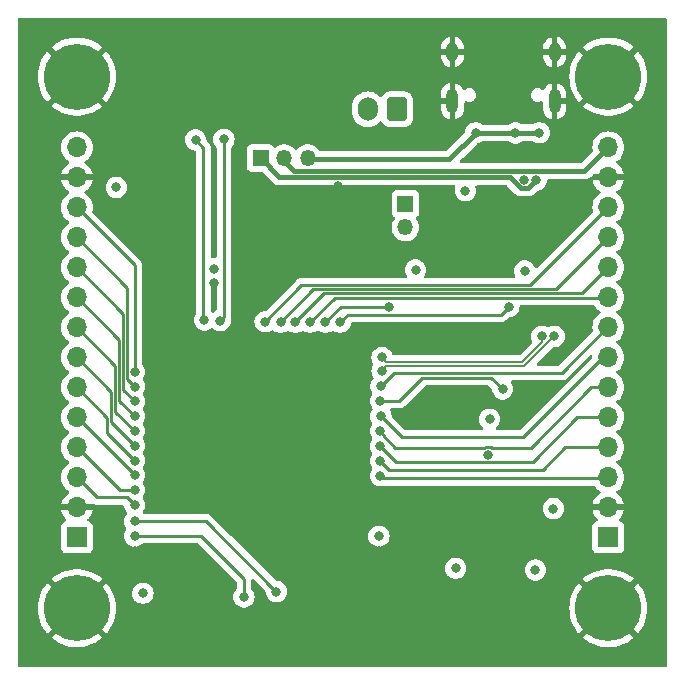
<source format=gbr>
%TF.GenerationSoftware,KiCad,Pcbnew,7.0.11*%
%TF.CreationDate,2024-04-21T20:12:22+02:00*%
%TF.ProjectId,cyberboard,63796265-7262-46f6-9172-642e6b696361,rev?*%
%TF.SameCoordinates,Original*%
%TF.FileFunction,Copper,L4,Bot*%
%TF.FilePolarity,Positive*%
%FSLAX46Y46*%
G04 Gerber Fmt 4.6, Leading zero omitted, Abs format (unit mm)*
G04 Created by KiCad (PCBNEW 7.0.11) date 2024-04-21 20:12:22*
%MOMM*%
%LPD*%
G01*
G04 APERTURE LIST*
G04 Aperture macros list*
%AMRoundRect*
0 Rectangle with rounded corners*
0 $1 Rounding radius*
0 $2 $3 $4 $5 $6 $7 $8 $9 X,Y pos of 4 corners*
0 Add a 4 corners polygon primitive as box body*
4,1,4,$2,$3,$4,$5,$6,$7,$8,$9,$2,$3,0*
0 Add four circle primitives for the rounded corners*
1,1,$1+$1,$2,$3*
1,1,$1+$1,$4,$5*
1,1,$1+$1,$6,$7*
1,1,$1+$1,$8,$9*
0 Add four rect primitives between the rounded corners*
20,1,$1+$1,$2,$3,$4,$5,0*
20,1,$1+$1,$4,$5,$6,$7,0*
20,1,$1+$1,$6,$7,$8,$9,0*
20,1,$1+$1,$8,$9,$2,$3,0*%
G04 Aperture macros list end*
%TA.AperFunction,ComponentPad*%
%ADD10R,1.700000X1.700000*%
%TD*%
%TA.AperFunction,ComponentPad*%
%ADD11O,1.700000X1.700000*%
%TD*%
%TA.AperFunction,ComponentPad*%
%ADD12C,5.600000*%
%TD*%
%TA.AperFunction,ComponentPad*%
%ADD13R,1.350000X1.350000*%
%TD*%
%TA.AperFunction,ComponentPad*%
%ADD14O,1.350000X1.350000*%
%TD*%
%TA.AperFunction,ComponentPad*%
%ADD15RoundRect,0.250000X0.600000X0.750000X-0.600000X0.750000X-0.600000X-0.750000X0.600000X-0.750000X0*%
%TD*%
%TA.AperFunction,ComponentPad*%
%ADD16O,1.700000X2.000000*%
%TD*%
%TA.AperFunction,ComponentPad*%
%ADD17O,1.000000X2.100000*%
%TD*%
%TA.AperFunction,ComponentPad*%
%ADD18O,1.000000X1.600000*%
%TD*%
%TA.AperFunction,ViaPad*%
%ADD19C,0.800000*%
%TD*%
%TA.AperFunction,Conductor*%
%ADD20C,0.400000*%
%TD*%
%TA.AperFunction,Conductor*%
%ADD21C,0.142000*%
%TD*%
%TA.AperFunction,Conductor*%
%ADD22C,0.250000*%
%TD*%
G04 APERTURE END LIST*
D10*
%TO.P,J8,1,3.3V*%
%TO.N,+3.3V*%
X161301000Y-118383002D03*
D11*
%TO.P,J8,2,GND*%
%TO.N,GND*%
X161301000Y-115843002D03*
%TO.P,J8,3,GPIO1*%
%TO.N,/GPIO1_1*%
X161301000Y-113303002D03*
%TO.P,J8,4,GPIO2*%
%TO.N,/GPIO1_2*%
X161301000Y-110763002D03*
%TO.P,J8,5,GPIO3*%
%TO.N,/GPIO1_3*%
X161301000Y-108223002D03*
%TO.P,J8,6,GPIO4*%
%TO.N,/GPIO1_4*%
X161301000Y-105683002D03*
%TO.P,J8,7,GPIO5*%
%TO.N,/GPIO1_5*%
X161301000Y-103143002D03*
%TO.P,J8,8,GPIO6*%
%TO.N,/GPIO1_6*%
X161301000Y-100603002D03*
%TO.P,J8,9,GPIO7*%
%TO.N,/GPIO1_7*%
X161301000Y-98063002D03*
%TO.P,J8,10,GPIO8*%
%TO.N,/GPIO1_8*%
X161301000Y-95523002D03*
%TO.P,J8,11,GPIO9*%
%TO.N,/GPIO1_9*%
X161301000Y-92983002D03*
%TO.P,J8,12,GPIO10*%
%TO.N,/GPIO1_10*%
X161301000Y-90443002D03*
%TO.P,J8,13,GND*%
%TO.N,GND*%
X161301000Y-87903002D03*
%TO.P,J8,14,5V*%
%TO.N,+5V*%
X161301000Y-85363002D03*
%TD*%
D12*
%TO.P,H4,1,1*%
%TO.N,GND*%
X116301000Y-124383002D03*
%TD*%
D13*
%TO.P,JP1,1,A*%
%TO.N,/Power/5V_PDB*%
X131851000Y-86283002D03*
D14*
%TO.P,JP1,2,C*%
%TO.N,+5V*%
X133851000Y-86283002D03*
%TO.P,JP1,3,B*%
%TO.N,/Power/5V_USB*%
X135851000Y-86283002D03*
%TD*%
D15*
%TO.P,J1,1,Pin_1*%
%TO.N,Net-(J1-Pin_1)*%
X143423000Y-82139002D03*
D16*
%TO.P,J1,2,Pin_2*%
%TO.N,Net-(J1-Pin_2)*%
X140923000Y-82139002D03*
%TD*%
D10*
%TO.P,J4,1,3.3V*%
%TO.N,+3.3V*%
X116301000Y-118383002D03*
D11*
%TO.P,J4,2,GND*%
%TO.N,GND*%
X116301000Y-115843002D03*
%TO.P,J4,3,GPIO1*%
%TO.N,/GPIO2_1*%
X116301000Y-113303002D03*
%TO.P,J4,4,GPIO2*%
%TO.N,/GPIO2_2*%
X116301000Y-110763002D03*
%TO.P,J4,5,GPIO3*%
%TO.N,/GPIO2_3*%
X116301000Y-108223002D03*
%TO.P,J4,6,GPIO4*%
%TO.N,/GPIO2_4*%
X116301000Y-105683002D03*
%TO.P,J4,7,GPIO5*%
%TO.N,/GPIO2_5*%
X116301000Y-103143002D03*
%TO.P,J4,8,GPIO6*%
%TO.N,/GPIO2_6*%
X116301000Y-100603002D03*
%TO.P,J4,9,GPIO7*%
%TO.N,/GPIO2_7*%
X116301000Y-98063002D03*
%TO.P,J4,10,GPIO8*%
%TO.N,/GPIO2_8*%
X116301000Y-95523002D03*
%TO.P,J4,11,GPIO9*%
%TO.N,/GPIO2_9*%
X116301000Y-92983002D03*
%TO.P,J4,12,GPIO10*%
%TO.N,/GPIO2_10*%
X116301000Y-90443002D03*
%TO.P,J4,13,GND*%
%TO.N,GND*%
X116301000Y-87903002D03*
%TO.P,J4,14,5V*%
%TO.N,+5V*%
X116301000Y-85363002D03*
%TD*%
D13*
%TO.P,JP3,1,A*%
%TO.N,Net-(JP3-A)*%
X144123000Y-90139002D03*
D14*
%TO.P,JP3,2,B*%
%TO.N,Net-(J1-Pin_1)*%
X144123000Y-92139002D03*
%TD*%
D12*
%TO.P,H2,1,1*%
%TO.N,GND*%
X161301000Y-124383002D03*
%TD*%
%TO.P,H3,1,1*%
%TO.N,GND*%
X161301000Y-79383002D03*
%TD*%
%TO.P,H1,1,1*%
%TO.N,GND*%
X116301000Y-79383002D03*
%TD*%
D17*
%TO.P,J2,S1,SHIELD*%
%TO.N,GND*%
X156743000Y-81469002D03*
D18*
X156743000Y-77289002D03*
D17*
X148103000Y-81469002D03*
D18*
X148103000Y-77289002D03*
%TD*%
D19*
%TO.N,GND*%
X133096000Y-114681750D03*
X130246000Y-111781750D03*
X133146000Y-109031750D03*
X142196000Y-85131750D03*
X132446000Y-94631750D03*
X127946000Y-96881750D03*
X154196000Y-88131750D03*
X148446000Y-84131750D03*
%TO.N,/USB_P*%
X155671000Y-101381750D03*
%TO.N,/USB_N*%
X156721000Y-101381750D03*
%TO.N,+3.3V*%
X127946000Y-95631750D03*
%TO.N,/GPIO2_1*%
X121196000Y-115631750D03*
%TO.N,/GPIO2_2*%
X121196000Y-114381750D03*
%TO.N,/GPIO2_3*%
X121196000Y-113131750D03*
%TO.N,/GPIO2_4*%
X121196000Y-111881750D03*
%TO.N,/GPIO2_5*%
X121196000Y-110631750D03*
%TO.N,/GPIO2_6*%
X121196000Y-109381750D03*
%TO.N,/GPIO2_7*%
X121196000Y-108131750D03*
%TO.N,/GPIO2_8*%
X121196000Y-106881750D03*
%TO.N,/GPIO2_9*%
X121196000Y-105631750D03*
%TO.N,/GPIO2_10*%
X121196000Y-104381750D03*
%TO.N,GND*%
X133081000Y-126753002D03*
X121196000Y-119559002D03*
X138446000Y-88631750D03*
X141896000Y-119531750D03*
X151246000Y-106381750D03*
X148123000Y-93789002D03*
X131401000Y-90904002D03*
X119643000Y-86963002D03*
X151146000Y-111381750D03*
X130471000Y-126703002D03*
X157196000Y-84131750D03*
X144096000Y-101731750D03*
X144761000Y-126878002D03*
X135946000Y-111831750D03*
X151051000Y-89033002D03*
X123573000Y-84633002D03*
%TO.N,+3.3V*%
X154223000Y-95839002D03*
X119643000Y-88763002D03*
X121891000Y-123123002D03*
X156651000Y-115950498D03*
X144981000Y-95753002D03*
X151246000Y-108381750D03*
X155128000Y-121157750D03*
X141873000Y-118289002D03*
X149201000Y-89033002D03*
X148378000Y-121007750D03*
%TO.N,/GPIO_LED*%
X130446000Y-123431750D03*
X121196000Y-118281750D03*
%TO.N,/Power/5V_USB*%
X155446000Y-84131750D03*
X153431480Y-84142082D03*
X150081874Y-84131750D03*
%TO.N,/Power/5V_PDB*%
X155196000Y-88131750D03*
%TO.N,/GPIO_ACTION*%
X133196000Y-122981750D03*
X121196000Y-117031750D03*
%TO.N,/IMU_CS*%
X141996000Y-106831750D03*
X152346000Y-105831750D03*
%TO.N,/USB_P*%
X142146000Y-103158002D03*
%TO.N,/USB_N*%
X142146000Y-104281750D03*
%TO.N,/I2C_SCL*%
X128446000Y-100031750D03*
X128751000Y-84683002D03*
%TO.N,/I2C_SDA*%
X126351000Y-84733002D03*
X127096000Y-99981750D03*
%TO.N,/GPIO1_1*%
X141996000Y-113181750D03*
%TO.N,/GPIO1_2*%
X141996000Y-111931750D03*
%TO.N,/GPIO1_3*%
X141996000Y-110681750D03*
%TO.N,/GPIO1_4*%
X141996000Y-109381750D03*
%TO.N,/IMU_SDA*%
X142751000Y-98863002D03*
X137346000Y-100181750D03*
%TO.N,/IMU_SCL*%
X152871000Y-98853002D03*
X138596000Y-100181750D03*
%TO.N,/GPIO1_5*%
X142046000Y-108131750D03*
%TO.N,/GPIO1_6*%
X142046000Y-105581750D03*
%TO.N,/GPIO1_7*%
X136046000Y-100181750D03*
%TO.N,/GPIO1_8*%
X134796000Y-100181750D03*
%TO.N,/GPIO1_9*%
X133546000Y-100181750D03*
%TO.N,/GPIO1_10*%
X132246000Y-100131750D03*
%TD*%
D20*
%TO.N,+5V*%
X133851000Y-86283002D02*
X133851000Y-86536750D01*
X133851000Y-86536750D02*
X134696000Y-87381750D01*
X134696000Y-87381750D02*
X159282252Y-87381750D01*
X159282252Y-87381750D02*
X161301000Y-85363002D01*
%TO.N,/Power/5V_USB*%
X150081874Y-84131750D02*
X147831874Y-86381750D01*
X147831874Y-86381750D02*
X135949748Y-86381750D01*
X135949748Y-86381750D02*
X135851000Y-86283002D01*
%TO.N,/Power/5V_PDB*%
X155196000Y-88131750D02*
X154506000Y-88821750D01*
X154506000Y-88821750D02*
X153910192Y-88821750D01*
X153910192Y-88821750D02*
X152960192Y-87871750D01*
X152960192Y-87871750D02*
X133439748Y-87871750D01*
X133439748Y-87871750D02*
X131851000Y-86283002D01*
%TO.N,/Power/5V_USB*%
X155446000Y-84131750D02*
X153441812Y-84131750D01*
X153441812Y-84131750D02*
X153431480Y-84142082D01*
D21*
%TO.N,/USB_P*%
X155671000Y-101381750D02*
X155671000Y-101877378D01*
X155671000Y-101877378D02*
X154024502Y-103523876D01*
X154024502Y-103523876D02*
X142511874Y-103523876D01*
%TO.N,/USB_N*%
X156721000Y-101381750D02*
X154186874Y-103915876D01*
%TO.N,/USB_P*%
X142511874Y-103523876D02*
X142146000Y-103158002D01*
%TO.N,/USB_N*%
X154186874Y-103915876D02*
X142511874Y-103915876D01*
X142511874Y-103915876D02*
X142146000Y-104281750D01*
%TO.N,/USB_P*%
X142146000Y-103158002D02*
X142172252Y-103131750D01*
D22*
%TO.N,/GPIO1_6*%
X161301000Y-100603002D02*
X161224748Y-100603002D01*
X161224748Y-100603002D02*
X157346000Y-104481750D01*
X157346000Y-104481750D02*
X143146000Y-104481750D01*
X143146000Y-104481750D02*
X142046000Y-105581750D01*
%TO.N,/GPIO1_10*%
X161301000Y-90443002D02*
X154682252Y-97061750D01*
X154682252Y-97061750D02*
X135316000Y-97061750D01*
X135316000Y-97061750D02*
X132246000Y-100131750D01*
%TO.N,/GPIO1_9*%
X161301000Y-92983002D02*
X156882252Y-97401750D01*
X156882252Y-97401750D02*
X136326000Y-97401750D01*
X136326000Y-97401750D02*
X133546000Y-100181750D01*
%TO.N,/GPIO1_8*%
X161142252Y-95681750D02*
X159082252Y-97741750D01*
X159082252Y-97741750D02*
X137236000Y-97741750D01*
X137236000Y-97741750D02*
X134796000Y-100181750D01*
%TO.N,/GPIO1_7*%
X161301000Y-98063002D02*
X161282252Y-98081750D01*
X161282252Y-98081750D02*
X138146000Y-98081750D01*
X138146000Y-98081750D02*
X136046000Y-100181750D01*
D20*
%TO.N,/Power/5V_USB*%
X150081874Y-84131750D02*
X150092206Y-84142082D01*
X150092206Y-84142082D02*
X153431480Y-84142082D01*
D22*
%TO.N,/I2C_SDA*%
X127011000Y-99896750D02*
X127096000Y-99981750D01*
X127011000Y-85393002D02*
X127011000Y-99896750D01*
X126351000Y-84733002D02*
X127011000Y-85393002D01*
%TO.N,/GPIO1_1*%
X161301000Y-113303002D02*
X161222252Y-113381750D01*
X161222252Y-113381750D02*
X142196000Y-113381750D01*
X142196000Y-113381750D02*
X141996000Y-113181750D01*
%TO.N,/GPIO1_2*%
X161301000Y-110763002D02*
X157664748Y-110763002D01*
X142736000Y-112681750D02*
X142323250Y-112269000D01*
X157664748Y-110763002D02*
X155746000Y-112681750D01*
X155746000Y-112681750D02*
X142736000Y-112681750D01*
X142323250Y-112269000D02*
X142323250Y-112259000D01*
X142323250Y-112259000D02*
X141996000Y-111931750D01*
%TO.N,/GPIO1_3*%
X161301000Y-108223002D02*
X158654748Y-108223002D01*
X158654748Y-108223002D02*
X154881000Y-111996750D01*
X154881000Y-111996750D02*
X150891258Y-111996750D01*
X150891258Y-111996750D02*
X150876258Y-111981750D01*
X150876258Y-111981750D02*
X143296000Y-111981750D01*
X143296000Y-111981750D02*
X141996000Y-110681750D01*
%TO.N,/GPIO1_4*%
X161301000Y-105683002D02*
X159844748Y-105683002D01*
X159844748Y-105683002D02*
X154746000Y-110781750D01*
X154746000Y-110781750D02*
X151415742Y-110781750D01*
X150891258Y-110766750D02*
X150876258Y-110781750D01*
X151415742Y-110781750D02*
X151400742Y-110766750D01*
X151400742Y-110766750D02*
X150891258Y-110766750D01*
X150876258Y-110781750D02*
X143266000Y-110781750D01*
X143266000Y-110781750D02*
X142213250Y-109729000D01*
X142213250Y-109729000D02*
X142213250Y-109599000D01*
X142213250Y-109599000D02*
X141996000Y-109381750D01*
%TO.N,/GPIO1_5*%
X161301000Y-103143002D02*
X160866258Y-103143002D01*
X160866258Y-103143002D02*
X154077510Y-109931750D01*
X154077510Y-109931750D02*
X143846000Y-109931750D01*
X143846000Y-109931750D02*
X142046000Y-108131750D01*
%TO.N,/GPIO_LED*%
X121196000Y-118281750D02*
X126846000Y-118281750D01*
X126846000Y-118281750D02*
X130446000Y-121881750D01*
X130446000Y-121881750D02*
X130446000Y-123431750D01*
%TO.N,/GPIO_ACTION*%
X121196000Y-117031750D02*
X127246000Y-117031750D01*
X127246000Y-117031750D02*
X133196000Y-122981750D01*
%TO.N,/GPIO2_1*%
X120561000Y-114996750D02*
X121196000Y-115631750D01*
X117994748Y-114996750D02*
X120561000Y-114996750D01*
X116301000Y-113303002D02*
X117994748Y-114996750D01*
%TO.N,/GPIO2_2*%
X119919748Y-114381750D02*
X121196000Y-114381750D01*
X116301000Y-110763002D02*
X119919748Y-114381750D01*
%TO.N,/GPIO2_3*%
X121196000Y-113118002D02*
X121196000Y-113131750D01*
X116301000Y-108223002D02*
X121196000Y-113118002D01*
%TO.N,/GPIO2_4*%
X118881000Y-109566750D02*
X121196000Y-111881750D01*
X118881000Y-108263002D02*
X118881000Y-109566750D01*
X116301000Y-105683002D02*
X118881000Y-108263002D01*
%TO.N,/GPIO2_5*%
X119221000Y-108656750D02*
X121196000Y-110631750D01*
X119221000Y-106063002D02*
X119221000Y-108656750D01*
X116301000Y-103143002D02*
X119221000Y-106063002D01*
%TO.N,/GPIO2_6*%
X119561000Y-103863002D02*
X119561000Y-107746750D01*
X119561000Y-107746750D02*
X121196000Y-109381750D01*
X116301000Y-100603002D02*
X119561000Y-103863002D01*
%TO.N,/GPIO2_7*%
X119901000Y-106836750D02*
X121196000Y-108131750D01*
X119901000Y-101663002D02*
X119901000Y-106836750D01*
X116301000Y-98063002D02*
X119901000Y-101663002D01*
%TO.N,/GPIO2_8*%
X120241000Y-105926750D02*
X121196000Y-106881750D01*
X120241000Y-99463002D02*
X120241000Y-105926750D01*
X116301000Y-95523002D02*
X120241000Y-99463002D01*
%TO.N,/GPIO2_9*%
X120581000Y-105016750D02*
X121196000Y-105631750D01*
X120581000Y-97263002D02*
X120581000Y-105016750D01*
X116301000Y-92983002D02*
X120581000Y-97263002D01*
%TO.N,/GPIO2_10*%
X121196000Y-95338002D02*
X121196000Y-104381750D01*
X116301000Y-90443002D02*
X121196000Y-95338002D01*
%TO.N,/IMU_CS*%
X152346000Y-105831750D02*
X151396000Y-104881750D01*
X151396000Y-104881750D02*
X145546000Y-104881750D01*
X145546000Y-104881750D02*
X143596000Y-106831750D01*
X143596000Y-106831750D02*
X141996000Y-106831750D01*
%TO.N,/I2C_SCL*%
X128751000Y-99726750D02*
X128446000Y-100031750D01*
X128751000Y-84683002D02*
X128751000Y-99726750D01*
%TO.N,/IMU_SDA*%
X142751000Y-98863002D02*
X138664748Y-98863002D01*
X138664748Y-98863002D02*
X137346000Y-100181750D01*
%TO.N,/IMU_SCL*%
X152871000Y-98853002D02*
X152192252Y-99531750D01*
X152192252Y-99531750D02*
X139246000Y-99531750D01*
X139246000Y-99531750D02*
X138596000Y-100181750D01*
%TD*%
%TA.AperFunction,Conductor*%
%TO.N,GND*%
G36*
X159871504Y-102943348D02*
G01*
X159927437Y-102985220D01*
X159951854Y-103050684D01*
X159951698Y-103070338D01*
X159945791Y-103137850D01*
X159920338Y-103202919D01*
X159909944Y-103214723D01*
X153854738Y-109269931D01*
X153793415Y-109303416D01*
X153767057Y-109306250D01*
X151887189Y-109306250D01*
X151820150Y-109286565D01*
X151774395Y-109233761D01*
X151764451Y-109164603D01*
X151793476Y-109101047D01*
X151814304Y-109081932D01*
X151843681Y-109060588D01*
X151851871Y-109054638D01*
X151978533Y-108913966D01*
X152073179Y-108750034D01*
X152131674Y-108570006D01*
X152151460Y-108381750D01*
X152131674Y-108193494D01*
X152073179Y-108013466D01*
X151978533Y-107849534D01*
X151851871Y-107708862D01*
X151851870Y-107708861D01*
X151698734Y-107597601D01*
X151698729Y-107597598D01*
X151525807Y-107520607D01*
X151525802Y-107520605D01*
X151379624Y-107489535D01*
X151340646Y-107481250D01*
X151151354Y-107481250D01*
X151118897Y-107488148D01*
X150966197Y-107520605D01*
X150966192Y-107520607D01*
X150793270Y-107597598D01*
X150793265Y-107597601D01*
X150640129Y-107708861D01*
X150513466Y-107849535D01*
X150418821Y-108013465D01*
X150418818Y-108013472D01*
X150379354Y-108134932D01*
X150360326Y-108193494D01*
X150340540Y-108381750D01*
X150360326Y-108570006D01*
X150360327Y-108570009D01*
X150418818Y-108750027D01*
X150418821Y-108750034D01*
X150513467Y-108913966D01*
X150603063Y-109013472D01*
X150640129Y-109054638D01*
X150677696Y-109081932D01*
X150720362Y-109137262D01*
X150726341Y-109206875D01*
X150693736Y-109268670D01*
X150632897Y-109303027D01*
X150604811Y-109306250D01*
X144156453Y-109306250D01*
X144089414Y-109286565D01*
X144068772Y-109269931D01*
X142984960Y-108186119D01*
X142951475Y-108124796D01*
X142949323Y-108111418D01*
X142931674Y-107943494D01*
X142873179Y-107763466D01*
X142803772Y-107643249D01*
X142787300Y-107575349D01*
X142810153Y-107509322D01*
X142865075Y-107466132D01*
X142911160Y-107457250D01*
X143513257Y-107457250D01*
X143528877Y-107458974D01*
X143528904Y-107458689D01*
X143536660Y-107459421D01*
X143536667Y-107459423D01*
X143603873Y-107457311D01*
X143607768Y-107457250D01*
X143635346Y-107457250D01*
X143635350Y-107457250D01*
X143639324Y-107456747D01*
X143650963Y-107455830D01*
X143694627Y-107454459D01*
X143713869Y-107448867D01*
X143732912Y-107444924D01*
X143752792Y-107442414D01*
X143793401Y-107426335D01*
X143804444Y-107422553D01*
X143846390Y-107410368D01*
X143863629Y-107400172D01*
X143881103Y-107391612D01*
X143899727Y-107384238D01*
X143899727Y-107384237D01*
X143899732Y-107384236D01*
X143935083Y-107358550D01*
X143944814Y-107352158D01*
X143982420Y-107329920D01*
X143996589Y-107315749D01*
X144011379Y-107303118D01*
X144027587Y-107291344D01*
X144055438Y-107257676D01*
X144063279Y-107249059D01*
X145768772Y-105543569D01*
X145830095Y-105510084D01*
X145856453Y-105507250D01*
X151085548Y-105507250D01*
X151152587Y-105526935D01*
X151173229Y-105543569D01*
X151407038Y-105777379D01*
X151440523Y-105838702D01*
X151442678Y-105852098D01*
X151449648Y-105918410D01*
X151460326Y-106020006D01*
X151460327Y-106020009D01*
X151518818Y-106200027D01*
X151518821Y-106200034D01*
X151613467Y-106363966D01*
X151703063Y-106463472D01*
X151740129Y-106504638D01*
X151893265Y-106615898D01*
X151893270Y-106615901D01*
X152066192Y-106692892D01*
X152066197Y-106692894D01*
X152251354Y-106732250D01*
X152251355Y-106732250D01*
X152440644Y-106732250D01*
X152440646Y-106732250D01*
X152625803Y-106692894D01*
X152798730Y-106615901D01*
X152951871Y-106504638D01*
X153078533Y-106363966D01*
X153173179Y-106200034D01*
X153231674Y-106020006D01*
X153251460Y-105831750D01*
X153231674Y-105643494D01*
X153173179Y-105463466D01*
X153078533Y-105299534D01*
X153075284Y-105293906D01*
X153077731Y-105292493D01*
X153058399Y-105238377D01*
X153074198Y-105170317D01*
X153124285Y-105121603D01*
X153182194Y-105107250D01*
X157263257Y-105107250D01*
X157278877Y-105108974D01*
X157278904Y-105108689D01*
X157286660Y-105109421D01*
X157286667Y-105109423D01*
X157353873Y-105107311D01*
X157357768Y-105107250D01*
X157385346Y-105107250D01*
X157385350Y-105107250D01*
X157389324Y-105106747D01*
X157400963Y-105105830D01*
X157444627Y-105104459D01*
X157463869Y-105098867D01*
X157482912Y-105094924D01*
X157502792Y-105092414D01*
X157543401Y-105076335D01*
X157554444Y-105072553D01*
X157596390Y-105060368D01*
X157613629Y-105050172D01*
X157631103Y-105041612D01*
X157649727Y-105034238D01*
X157649727Y-105034237D01*
X157649732Y-105034236D01*
X157685083Y-105008550D01*
X157694814Y-105002158D01*
X157732420Y-104979920D01*
X157746589Y-104965749D01*
X157761379Y-104953118D01*
X157777587Y-104941344D01*
X157805438Y-104907676D01*
X157813279Y-104899059D01*
X159740491Y-102971847D01*
X159801812Y-102938364D01*
X159871504Y-102943348D01*
G37*
%TD.AperFunction*%
%TA.AperFunction,Conductor*%
G36*
X127786268Y-96518415D02*
G01*
X127851354Y-96532250D01*
X127851355Y-96532250D01*
X128001500Y-96532250D01*
X128068539Y-96551935D01*
X128114294Y-96604739D01*
X128125500Y-96656250D01*
X128125500Y-99108199D01*
X128105815Y-99175238D01*
X128053011Y-99220993D01*
X128051937Y-99221478D01*
X127993268Y-99247599D01*
X127874089Y-99334187D01*
X127808283Y-99357666D01*
X127740229Y-99341840D01*
X127709057Y-99316843D01*
X127701871Y-99308862D01*
X127701870Y-99308861D01*
X127701868Y-99308859D01*
X127687614Y-99298503D01*
X127644948Y-99243173D01*
X127636500Y-99198186D01*
X127636500Y-96639708D01*
X127656185Y-96572669D01*
X127708989Y-96526914D01*
X127778147Y-96516970D01*
X127786268Y-96518415D01*
G37*
%TD.AperFunction*%
%TA.AperFunction,Conductor*%
G36*
X166149226Y-74438889D02*
G01*
X166216246Y-74458634D01*
X166261953Y-74511480D01*
X166273112Y-74562776D01*
X166300500Y-104716502D01*
X166300500Y-129258502D01*
X166280815Y-129325541D01*
X166228011Y-129371296D01*
X166176500Y-129382502D01*
X111425500Y-129382502D01*
X111358461Y-129362817D01*
X111312706Y-129310013D01*
X111301500Y-129258502D01*
X111301500Y-124383004D01*
X112996153Y-124383004D01*
X113015526Y-124740316D01*
X113015527Y-124740333D01*
X113073415Y-125093433D01*
X113073421Y-125093459D01*
X113169147Y-125438234D01*
X113169149Y-125438241D01*
X113301597Y-125770661D01*
X113301606Y-125770679D01*
X113469218Y-126086829D01*
X113670024Y-126382996D01*
X113670035Y-126383010D01*
X113797441Y-126533004D01*
X113797442Y-126533004D01*
X115003265Y-125327181D01*
X115166130Y-125517872D01*
X115356819Y-125680735D01*
X114148257Y-126889296D01*
X114161495Y-126901838D01*
X114446367Y-127118390D01*
X114446370Y-127118392D01*
X114752990Y-127302878D01*
X115077739Y-127453124D01*
X115077744Y-127453125D01*
X115416855Y-127567385D01*
X115766339Y-127644313D01*
X116122075Y-127683001D01*
X116122085Y-127683002D01*
X116479915Y-127683002D01*
X116479924Y-127683001D01*
X116835660Y-127644313D01*
X117185144Y-127567385D01*
X117524255Y-127453125D01*
X117524260Y-127453124D01*
X117849009Y-127302878D01*
X118155629Y-127118392D01*
X118155632Y-127118390D01*
X118440509Y-126901833D01*
X118453742Y-126889297D01*
X118453742Y-126889296D01*
X117245181Y-125680735D01*
X117435870Y-125517872D01*
X117598733Y-125327182D01*
X118804556Y-126533004D01*
X118931972Y-126383000D01*
X118931975Y-126382996D01*
X119132781Y-126086829D01*
X119300393Y-125770679D01*
X119300402Y-125770661D01*
X119432850Y-125438241D01*
X119432852Y-125438234D01*
X119528578Y-125093459D01*
X119528584Y-125093433D01*
X119586472Y-124740333D01*
X119586473Y-124740316D01*
X119605847Y-124383004D01*
X157996153Y-124383004D01*
X158015526Y-124740316D01*
X158015527Y-124740333D01*
X158073415Y-125093433D01*
X158073421Y-125093459D01*
X158169147Y-125438234D01*
X158169149Y-125438241D01*
X158301597Y-125770661D01*
X158301606Y-125770679D01*
X158469218Y-126086829D01*
X158670024Y-126382996D01*
X158670035Y-126383010D01*
X158797441Y-126533004D01*
X158797442Y-126533004D01*
X160003265Y-125327181D01*
X160166130Y-125517872D01*
X160356819Y-125680735D01*
X159148257Y-126889296D01*
X159161495Y-126901838D01*
X159446367Y-127118390D01*
X159446370Y-127118392D01*
X159752990Y-127302878D01*
X160077739Y-127453124D01*
X160077744Y-127453125D01*
X160416855Y-127567385D01*
X160766339Y-127644313D01*
X161122075Y-127683001D01*
X161122085Y-127683002D01*
X161479915Y-127683002D01*
X161479924Y-127683001D01*
X161835660Y-127644313D01*
X162185144Y-127567385D01*
X162524255Y-127453125D01*
X162524260Y-127453124D01*
X162849009Y-127302878D01*
X163155629Y-127118392D01*
X163155632Y-127118390D01*
X163440509Y-126901833D01*
X163453742Y-126889297D01*
X163453742Y-126889296D01*
X162245181Y-125680735D01*
X162435870Y-125517872D01*
X162598733Y-125327182D01*
X163804556Y-126533004D01*
X163931972Y-126383000D01*
X163931975Y-126382996D01*
X164132781Y-126086829D01*
X164300393Y-125770679D01*
X164300402Y-125770661D01*
X164432850Y-125438241D01*
X164432852Y-125438234D01*
X164528578Y-125093459D01*
X164528584Y-125093433D01*
X164586472Y-124740333D01*
X164586473Y-124740316D01*
X164605847Y-124383004D01*
X164605847Y-124382999D01*
X164586473Y-124025687D01*
X164586472Y-124025670D01*
X164528584Y-123672570D01*
X164528578Y-123672544D01*
X164432852Y-123327769D01*
X164432850Y-123327762D01*
X164300402Y-122995342D01*
X164300393Y-122995324D01*
X164132781Y-122679174D01*
X163931975Y-122383007D01*
X163931964Y-122382993D01*
X163804556Y-122232998D01*
X162598733Y-123438820D01*
X162435870Y-123248132D01*
X162245180Y-123085268D01*
X163453741Y-121876706D01*
X163440504Y-121864165D01*
X163155632Y-121647613D01*
X163155629Y-121647611D01*
X162849009Y-121463125D01*
X162524260Y-121312879D01*
X162524255Y-121312878D01*
X162185144Y-121198618D01*
X161835660Y-121121690D01*
X161479924Y-121083002D01*
X161122075Y-121083002D01*
X160766339Y-121121690D01*
X160416855Y-121198618D01*
X160077744Y-121312878D01*
X160077739Y-121312879D01*
X159752990Y-121463125D01*
X159446370Y-121647611D01*
X159446367Y-121647613D01*
X159161486Y-121864172D01*
X159161485Y-121864173D01*
X159148257Y-121876704D01*
X159148256Y-121876705D01*
X160356819Y-123085268D01*
X160166130Y-123248132D01*
X160003266Y-123438821D01*
X158797442Y-122232997D01*
X158797441Y-122232998D01*
X158670033Y-122382994D01*
X158469218Y-122679174D01*
X158301606Y-122995324D01*
X158301597Y-122995342D01*
X158169149Y-123327762D01*
X158169147Y-123327769D01*
X158073421Y-123672544D01*
X158073415Y-123672570D01*
X158015527Y-124025670D01*
X158015526Y-124025687D01*
X157996153Y-124382999D01*
X157996153Y-124383004D01*
X119605847Y-124383004D01*
X119605847Y-124382999D01*
X119586473Y-124025687D01*
X119586472Y-124025670D01*
X119528584Y-123672570D01*
X119528578Y-123672544D01*
X119432852Y-123327769D01*
X119432850Y-123327762D01*
X119351266Y-123123002D01*
X120985540Y-123123002D01*
X121005326Y-123311258D01*
X121005327Y-123311261D01*
X121063818Y-123491279D01*
X121063821Y-123491286D01*
X121158467Y-123655218D01*
X121258124Y-123765898D01*
X121285129Y-123795890D01*
X121438265Y-123907150D01*
X121438270Y-123907153D01*
X121611192Y-123984144D01*
X121611197Y-123984146D01*
X121796354Y-124023502D01*
X121796355Y-124023502D01*
X121985644Y-124023502D01*
X121985646Y-124023502D01*
X122170803Y-123984146D01*
X122343730Y-123907153D01*
X122496871Y-123795890D01*
X122623533Y-123655218D01*
X122718179Y-123491286D01*
X122776674Y-123311258D01*
X122796460Y-123123002D01*
X122776674Y-122934746D01*
X122718179Y-122754718D01*
X122623533Y-122590786D01*
X122496871Y-122450114D01*
X122496073Y-122449534D01*
X122343734Y-122338853D01*
X122343729Y-122338850D01*
X122170807Y-122261859D01*
X122170802Y-122261857D01*
X122025001Y-122230867D01*
X121985646Y-122222502D01*
X121796354Y-122222502D01*
X121763897Y-122229400D01*
X121611197Y-122261857D01*
X121611192Y-122261859D01*
X121438270Y-122338850D01*
X121438265Y-122338853D01*
X121285129Y-122450113D01*
X121158466Y-122590787D01*
X121063821Y-122754717D01*
X121063818Y-122754724D01*
X121030715Y-122856606D01*
X121005326Y-122934746D01*
X120985540Y-123123002D01*
X119351266Y-123123002D01*
X119300402Y-122995342D01*
X119300393Y-122995324D01*
X119132781Y-122679174D01*
X118931975Y-122383007D01*
X118931964Y-122382993D01*
X118804556Y-122232998D01*
X117598733Y-123438820D01*
X117435870Y-123248132D01*
X117245180Y-123085268D01*
X118453742Y-121876706D01*
X118440504Y-121864165D01*
X118155632Y-121647613D01*
X118155629Y-121647611D01*
X117849009Y-121463125D01*
X117524260Y-121312879D01*
X117524255Y-121312878D01*
X117185144Y-121198618D01*
X116835660Y-121121690D01*
X116479924Y-121083002D01*
X116122075Y-121083002D01*
X115766339Y-121121690D01*
X115416855Y-121198618D01*
X115077744Y-121312878D01*
X115077739Y-121312879D01*
X114752990Y-121463125D01*
X114446370Y-121647611D01*
X114446367Y-121647613D01*
X114161486Y-121864172D01*
X114161485Y-121864173D01*
X114148257Y-121876704D01*
X114148256Y-121876705D01*
X115356819Y-123085268D01*
X115166130Y-123248132D01*
X115003266Y-123438821D01*
X113797442Y-122232997D01*
X113797441Y-122232998D01*
X113670033Y-122382994D01*
X113469218Y-122679174D01*
X113301606Y-122995324D01*
X113301597Y-122995342D01*
X113169149Y-123327762D01*
X113169147Y-123327769D01*
X113073421Y-123672544D01*
X113073415Y-123672570D01*
X113015527Y-124025670D01*
X113015526Y-124025687D01*
X112996153Y-124382999D01*
X112996153Y-124383004D01*
X111301500Y-124383004D01*
X111301500Y-113303002D01*
X114945341Y-113303002D01*
X114965936Y-113538405D01*
X114965938Y-113538415D01*
X115027094Y-113766657D01*
X115027096Y-113766661D01*
X115027097Y-113766665D01*
X115031791Y-113776731D01*
X115126965Y-113980832D01*
X115126967Y-113980836D01*
X115262501Y-114174397D01*
X115262506Y-114174404D01*
X115429597Y-114341495D01*
X115429603Y-114341500D01*
X115615594Y-114471732D01*
X115659219Y-114526309D01*
X115666413Y-114595807D01*
X115634890Y-114658162D01*
X115615595Y-114674882D01*
X115429922Y-114804892D01*
X115429920Y-114804893D01*
X115262891Y-114971922D01*
X115262886Y-114971928D01*
X115127400Y-115165422D01*
X115127399Y-115165424D01*
X115027570Y-115379509D01*
X115027567Y-115379515D01*
X114970364Y-115593001D01*
X114970364Y-115593002D01*
X115867314Y-115593002D01*
X115841507Y-115633158D01*
X115801000Y-115771113D01*
X115801000Y-115914891D01*
X115841507Y-116052846D01*
X115867314Y-116093002D01*
X114970364Y-116093002D01*
X115027567Y-116306488D01*
X115027570Y-116306494D01*
X115127399Y-116520580D01*
X115262894Y-116714084D01*
X115384946Y-116836136D01*
X115418431Y-116897459D01*
X115413447Y-116967151D01*
X115371575Y-117023084D01*
X115340598Y-117039999D01*
X115208671Y-117089204D01*
X115208664Y-117089208D01*
X115093455Y-117175454D01*
X115093452Y-117175457D01*
X115007206Y-117290666D01*
X115007202Y-117290673D01*
X114956908Y-117425519D01*
X114950501Y-117485118D01*
X114950501Y-117485125D01*
X114950500Y-117485137D01*
X114950500Y-119280872D01*
X114950501Y-119280878D01*
X114956908Y-119340485D01*
X115007202Y-119475330D01*
X115007206Y-119475337D01*
X115093452Y-119590546D01*
X115093455Y-119590549D01*
X115208664Y-119676795D01*
X115208671Y-119676799D01*
X115343517Y-119727093D01*
X115343516Y-119727093D01*
X115350444Y-119727837D01*
X115403127Y-119733502D01*
X117198872Y-119733501D01*
X117258483Y-119727093D01*
X117393331Y-119676798D01*
X117508546Y-119590548D01*
X117594796Y-119475333D01*
X117645091Y-119340485D01*
X117651500Y-119280875D01*
X117651499Y-117485130D01*
X117645343Y-117427859D01*
X117645091Y-117425518D01*
X117594797Y-117290673D01*
X117594793Y-117290666D01*
X117508547Y-117175457D01*
X117508544Y-117175454D01*
X117393335Y-117089208D01*
X117393328Y-117089204D01*
X117261401Y-117039999D01*
X117205467Y-116998128D01*
X117181050Y-116932664D01*
X117195902Y-116864391D01*
X117217053Y-116836135D01*
X117339108Y-116714080D01*
X117474600Y-116520580D01*
X117574429Y-116306494D01*
X117574432Y-116306488D01*
X117631636Y-116093002D01*
X116734686Y-116093002D01*
X116760493Y-116052846D01*
X116801000Y-115914891D01*
X116801000Y-115771113D01*
X116760493Y-115633158D01*
X116734686Y-115593002D01*
X117647735Y-115593002D01*
X117667543Y-115578537D01*
X117737289Y-115574380D01*
X117754987Y-115581118D01*
X117755401Y-115580074D01*
X117762653Y-115582945D01*
X117762656Y-115582947D01*
X117782064Y-115587930D01*
X117800467Y-115594231D01*
X117818849Y-115602186D01*
X117818850Y-115602186D01*
X117818852Y-115602187D01*
X117861998Y-115609020D01*
X117873420Y-115611386D01*
X117915729Y-115622250D01*
X117935764Y-115622250D01*
X117955162Y-115623776D01*
X117974942Y-115626909D01*
X117974943Y-115626910D01*
X117974943Y-115626909D01*
X117974944Y-115626910D01*
X118018423Y-115622800D01*
X118030092Y-115622250D01*
X120177891Y-115622250D01*
X120244930Y-115641935D01*
X120290685Y-115694739D01*
X120301211Y-115733286D01*
X120310326Y-115820006D01*
X120310327Y-115820009D01*
X120368818Y-116000027D01*
X120368821Y-116000034D01*
X120463464Y-116163962D01*
X120463465Y-116163964D01*
X120463467Y-116163966D01*
X120472322Y-116173800D01*
X120539832Y-116248778D01*
X120570061Y-116311770D01*
X120561435Y-116381105D01*
X120539832Y-116414722D01*
X120463464Y-116499537D01*
X120368821Y-116663465D01*
X120368818Y-116663472D01*
X120310327Y-116843490D01*
X120310326Y-116843494D01*
X120290540Y-117031750D01*
X120310326Y-117220006D01*
X120310327Y-117220009D01*
X120368818Y-117400027D01*
X120368821Y-117400034D01*
X120463467Y-117563966D01*
X120469096Y-117570217D01*
X120472304Y-117573781D01*
X120502531Y-117636773D01*
X120493904Y-117706108D01*
X120472304Y-117739719D01*
X120463466Y-117749535D01*
X120368821Y-117913465D01*
X120368818Y-117913472D01*
X120310327Y-118093490D01*
X120310326Y-118093494D01*
X120290540Y-118281750D01*
X120310326Y-118470006D01*
X120310327Y-118470009D01*
X120368818Y-118650027D01*
X120368821Y-118650034D01*
X120463467Y-118813966D01*
X120565185Y-118926935D01*
X120590129Y-118954638D01*
X120743265Y-119065898D01*
X120743270Y-119065901D01*
X120916192Y-119142892D01*
X120916197Y-119142894D01*
X121101354Y-119182250D01*
X121101355Y-119182250D01*
X121290644Y-119182250D01*
X121290646Y-119182250D01*
X121475803Y-119142894D01*
X121648730Y-119065901D01*
X121801871Y-118954638D01*
X121804788Y-118951397D01*
X121807600Y-118948276D01*
X121867087Y-118911629D01*
X121899748Y-118907250D01*
X126535548Y-118907250D01*
X126602587Y-118926935D01*
X126623229Y-118943569D01*
X129784181Y-122104521D01*
X129817666Y-122165844D01*
X129820500Y-122192202D01*
X129820500Y-122733062D01*
X129800815Y-122800101D01*
X129788650Y-122816034D01*
X129713466Y-122899534D01*
X129618821Y-123063465D01*
X129618818Y-123063472D01*
X129560327Y-123243490D01*
X129560326Y-123243494D01*
X129540540Y-123431750D01*
X129560326Y-123620006D01*
X129560327Y-123620009D01*
X129618818Y-123800027D01*
X129618821Y-123800034D01*
X129713467Y-123963966D01*
X129840129Y-124104638D01*
X129993265Y-124215898D01*
X129993270Y-124215901D01*
X130166192Y-124292892D01*
X130166197Y-124292894D01*
X130351354Y-124332250D01*
X130351355Y-124332250D01*
X130540644Y-124332250D01*
X130540646Y-124332250D01*
X130725803Y-124292894D01*
X130898730Y-124215901D01*
X131051871Y-124104638D01*
X131178533Y-123963966D01*
X131273179Y-123800034D01*
X131331674Y-123620006D01*
X131351460Y-123431750D01*
X131331674Y-123243494D01*
X131273179Y-123063466D01*
X131178533Y-122899534D01*
X131103350Y-122816034D01*
X131073120Y-122753042D01*
X131071500Y-122733062D01*
X131071500Y-122041202D01*
X131091185Y-121974163D01*
X131143989Y-121928408D01*
X131213147Y-121918464D01*
X131276703Y-121947489D01*
X131283181Y-121953521D01*
X132257038Y-122927378D01*
X132290523Y-122988701D01*
X132292678Y-123002097D01*
X132299128Y-123063465D01*
X132310326Y-123170006D01*
X132310327Y-123170009D01*
X132368818Y-123350027D01*
X132368821Y-123350034D01*
X132463467Y-123513966D01*
X132558946Y-123620006D01*
X132590129Y-123654638D01*
X132743265Y-123765898D01*
X132743270Y-123765901D01*
X132916192Y-123842892D01*
X132916197Y-123842894D01*
X133101354Y-123882250D01*
X133101355Y-123882250D01*
X133290644Y-123882250D01*
X133290646Y-123882250D01*
X133475803Y-123842894D01*
X133648730Y-123765901D01*
X133801871Y-123654638D01*
X133928533Y-123513966D01*
X134023179Y-123350034D01*
X134081674Y-123170006D01*
X134101460Y-122981750D01*
X134081674Y-122793494D01*
X134023179Y-122613466D01*
X133928533Y-122449534D01*
X133801871Y-122308862D01*
X133737177Y-122261859D01*
X133648734Y-122197601D01*
X133648729Y-122197598D01*
X133475807Y-122120607D01*
X133475802Y-122120605D01*
X133330001Y-122089615D01*
X133290646Y-122081250D01*
X133290645Y-122081250D01*
X133231452Y-122081250D01*
X133164413Y-122061565D01*
X133143771Y-122044931D01*
X132106590Y-121007750D01*
X147472540Y-121007750D01*
X147492326Y-121196006D01*
X147492327Y-121196009D01*
X147550818Y-121376027D01*
X147550821Y-121376034D01*
X147645467Y-121539966D01*
X147742391Y-121647611D01*
X147772129Y-121680638D01*
X147925265Y-121791898D01*
X147925270Y-121791901D01*
X148098192Y-121868892D01*
X148098197Y-121868894D01*
X148283354Y-121908250D01*
X148283355Y-121908250D01*
X148472644Y-121908250D01*
X148472646Y-121908250D01*
X148657803Y-121868894D01*
X148830730Y-121791901D01*
X148983871Y-121680638D01*
X149110533Y-121539966D01*
X149205179Y-121376034D01*
X149263674Y-121196006D01*
X149267695Y-121157750D01*
X154222540Y-121157750D01*
X154242326Y-121346006D01*
X154242327Y-121346009D01*
X154300818Y-121526027D01*
X154300821Y-121526034D01*
X154395467Y-121689966D01*
X154479346Y-121783123D01*
X154522129Y-121830638D01*
X154675265Y-121941898D01*
X154675270Y-121941901D01*
X154848192Y-122018892D01*
X154848197Y-122018894D01*
X155033354Y-122058250D01*
X155033355Y-122058250D01*
X155222644Y-122058250D01*
X155222646Y-122058250D01*
X155407803Y-122018894D01*
X155580730Y-121941901D01*
X155733871Y-121830638D01*
X155860533Y-121689966D01*
X155955179Y-121526034D01*
X156013674Y-121346006D01*
X156033460Y-121157750D01*
X156013674Y-120969494D01*
X155955179Y-120789466D01*
X155860533Y-120625534D01*
X155733871Y-120484862D01*
X155733870Y-120484861D01*
X155580734Y-120373601D01*
X155580729Y-120373598D01*
X155407807Y-120296607D01*
X155407802Y-120296605D01*
X155262001Y-120265615D01*
X155222646Y-120257250D01*
X155033354Y-120257250D01*
X155000897Y-120264148D01*
X154848197Y-120296605D01*
X154848192Y-120296607D01*
X154675270Y-120373598D01*
X154675265Y-120373601D01*
X154522129Y-120484861D01*
X154395466Y-120625535D01*
X154300821Y-120789465D01*
X154300818Y-120789472D01*
X154242327Y-120969490D01*
X154242326Y-120969494D01*
X154222540Y-121157750D01*
X149267695Y-121157750D01*
X149283460Y-121007750D01*
X149263674Y-120819494D01*
X149205179Y-120639466D01*
X149110533Y-120475534D01*
X148983871Y-120334862D01*
X148983870Y-120334861D01*
X148830734Y-120223601D01*
X148830729Y-120223598D01*
X148657807Y-120146607D01*
X148657802Y-120146605D01*
X148512001Y-120115615D01*
X148472646Y-120107250D01*
X148283354Y-120107250D01*
X148250897Y-120114148D01*
X148098197Y-120146605D01*
X148098192Y-120146607D01*
X147925270Y-120223598D01*
X147925265Y-120223601D01*
X147772129Y-120334861D01*
X147645466Y-120475535D01*
X147550821Y-120639465D01*
X147550818Y-120639472D01*
X147492327Y-120819490D01*
X147492326Y-120819494D01*
X147472540Y-121007750D01*
X132106590Y-121007750D01*
X129387843Y-118289002D01*
X140967540Y-118289002D01*
X140987326Y-118477258D01*
X140987327Y-118477261D01*
X141045818Y-118657279D01*
X141045821Y-118657286D01*
X141140467Y-118821218D01*
X141217931Y-118907250D01*
X141267129Y-118961890D01*
X141420265Y-119073150D01*
X141420270Y-119073153D01*
X141593192Y-119150144D01*
X141593197Y-119150146D01*
X141778354Y-119189502D01*
X141778355Y-119189502D01*
X141967644Y-119189502D01*
X141967646Y-119189502D01*
X142152803Y-119150146D01*
X142325730Y-119073153D01*
X142478871Y-118961890D01*
X142605533Y-118821218D01*
X142700179Y-118657286D01*
X142758674Y-118477258D01*
X142778460Y-118289002D01*
X142758674Y-118100746D01*
X142700179Y-117920718D01*
X142605533Y-117756786D01*
X142478871Y-117616114D01*
X142478870Y-117616113D01*
X142325734Y-117504853D01*
X142325729Y-117504850D01*
X142152807Y-117427859D01*
X142152802Y-117427857D01*
X142007001Y-117396867D01*
X141967646Y-117388502D01*
X141778354Y-117388502D01*
X141745897Y-117395400D01*
X141593197Y-117427857D01*
X141593192Y-117427859D01*
X141420270Y-117504850D01*
X141420265Y-117504853D01*
X141267129Y-117616113D01*
X141140466Y-117756787D01*
X141045821Y-117920717D01*
X141045818Y-117920724D01*
X140989682Y-118093494D01*
X140987326Y-118100746D01*
X140967540Y-118289002D01*
X129387843Y-118289002D01*
X127746803Y-116647962D01*
X127736980Y-116635700D01*
X127736759Y-116635884D01*
X127731786Y-116629872D01*
X127682776Y-116583849D01*
X127679977Y-116581136D01*
X127660477Y-116561635D01*
X127660471Y-116561630D01*
X127657286Y-116559159D01*
X127648434Y-116551598D01*
X127616582Y-116521688D01*
X127616580Y-116521686D01*
X127616577Y-116521685D01*
X127599029Y-116512038D01*
X127582763Y-116501354D01*
X127566932Y-116489074D01*
X127526849Y-116471728D01*
X127516363Y-116466591D01*
X127478094Y-116445553D01*
X127478092Y-116445552D01*
X127458693Y-116440572D01*
X127440281Y-116434268D01*
X127421898Y-116426312D01*
X127421892Y-116426310D01*
X127378760Y-116419479D01*
X127367322Y-116417111D01*
X127325020Y-116406250D01*
X127325019Y-116406250D01*
X127304984Y-116406250D01*
X127285586Y-116404723D01*
X127278162Y-116403547D01*
X127265805Y-116401590D01*
X127265804Y-116401590D01*
X127222325Y-116405700D01*
X127210656Y-116406250D01*
X121988888Y-116406250D01*
X121921849Y-116386565D01*
X121876094Y-116333761D01*
X121866150Y-116264603D01*
X121895175Y-116201047D01*
X121896738Y-116199278D01*
X121899310Y-116196420D01*
X121928533Y-116163966D01*
X122023179Y-116000034D01*
X122039274Y-115950498D01*
X155745540Y-115950498D01*
X155765326Y-116138754D01*
X155765327Y-116138757D01*
X155823818Y-116318775D01*
X155823821Y-116318782D01*
X155918467Y-116482714D01*
X155989528Y-116561635D01*
X156045129Y-116623386D01*
X156198265Y-116734646D01*
X156198270Y-116734649D01*
X156371192Y-116811640D01*
X156371197Y-116811642D01*
X156556354Y-116850998D01*
X156556355Y-116850998D01*
X156745644Y-116850998D01*
X156745646Y-116850998D01*
X156930803Y-116811642D01*
X157103730Y-116734649D01*
X157256871Y-116623386D01*
X157383533Y-116482714D01*
X157478179Y-116318782D01*
X157536674Y-116138754D01*
X157556460Y-115950498D01*
X157536674Y-115762242D01*
X157478179Y-115582214D01*
X157383533Y-115418282D01*
X157256871Y-115277610D01*
X157237412Y-115263472D01*
X157103734Y-115166349D01*
X157103729Y-115166346D01*
X156930807Y-115089355D01*
X156930802Y-115089353D01*
X156785001Y-115058363D01*
X156745646Y-115049998D01*
X156556354Y-115049998D01*
X156523897Y-115056896D01*
X156371197Y-115089353D01*
X156371192Y-115089355D01*
X156198270Y-115166346D01*
X156198265Y-115166349D01*
X156045129Y-115277609D01*
X155918466Y-115418283D01*
X155823821Y-115582213D01*
X155823818Y-115582220D01*
X155765327Y-115762238D01*
X155765326Y-115762242D01*
X155745540Y-115950498D01*
X122039274Y-115950498D01*
X122081674Y-115820006D01*
X122101460Y-115631750D01*
X122081674Y-115443494D01*
X122023179Y-115263466D01*
X121928533Y-115099534D01*
X121919698Y-115089722D01*
X121889469Y-115026731D01*
X121898093Y-114957396D01*
X121919699Y-114923777D01*
X121928533Y-114913966D01*
X122023179Y-114750034D01*
X122081674Y-114570006D01*
X122101460Y-114381750D01*
X122081674Y-114193494D01*
X122023179Y-114013466D01*
X121928533Y-113849534D01*
X121919698Y-113839722D01*
X121889469Y-113776731D01*
X121898093Y-113707396D01*
X121919699Y-113673777D01*
X121928533Y-113663966D01*
X122023179Y-113500034D01*
X122081674Y-113320006D01*
X122101460Y-113131750D01*
X122081674Y-112943494D01*
X122023179Y-112763466D01*
X121928533Y-112599534D01*
X121919698Y-112589722D01*
X121889469Y-112526731D01*
X121898093Y-112457396D01*
X121919699Y-112423777D01*
X121928533Y-112413966D01*
X122023179Y-112250034D01*
X122081674Y-112070006D01*
X122101460Y-111881750D01*
X122081674Y-111693494D01*
X122023179Y-111513466D01*
X121928533Y-111349534D01*
X121919698Y-111339722D01*
X121889469Y-111276731D01*
X121898093Y-111207396D01*
X121919699Y-111173777D01*
X121924877Y-111168026D01*
X121928533Y-111163966D01*
X122023179Y-111000034D01*
X122081674Y-110820006D01*
X122101460Y-110631750D01*
X122081674Y-110443494D01*
X122023179Y-110263466D01*
X121928533Y-110099534D01*
X121919698Y-110089722D01*
X121889469Y-110026731D01*
X121898093Y-109957396D01*
X121919699Y-109923777D01*
X121928533Y-109913966D01*
X122023179Y-109750034D01*
X122081674Y-109570006D01*
X122101460Y-109381750D01*
X122081674Y-109193494D01*
X122023179Y-109013466D01*
X121928533Y-108849534D01*
X121919698Y-108839722D01*
X121889469Y-108776731D01*
X121898093Y-108707396D01*
X121919699Y-108673777D01*
X121928533Y-108663966D01*
X122023179Y-108500034D01*
X122081674Y-108320006D01*
X122101460Y-108131750D01*
X122081674Y-107943494D01*
X122023179Y-107763466D01*
X121928533Y-107599534D01*
X121919698Y-107589722D01*
X121889469Y-107526731D01*
X121898093Y-107457396D01*
X121919699Y-107423777D01*
X121920803Y-107422551D01*
X121928533Y-107413966D01*
X122023179Y-107250034D01*
X122081674Y-107070006D01*
X122101460Y-106881750D01*
X122081674Y-106693494D01*
X122023179Y-106513466D01*
X121928533Y-106349534D01*
X121919698Y-106339722D01*
X121889469Y-106276731D01*
X121898093Y-106207396D01*
X121919699Y-106173777D01*
X121923162Y-106169931D01*
X121928533Y-106163966D01*
X122023179Y-106000034D01*
X122081674Y-105820006D01*
X122101460Y-105631750D01*
X122081674Y-105443494D01*
X122023179Y-105263466D01*
X121928533Y-105099534D01*
X121919698Y-105089722D01*
X121889469Y-105026731D01*
X121898093Y-104957396D01*
X121919699Y-104923777D01*
X121928533Y-104913966D01*
X122023179Y-104750034D01*
X122081674Y-104570006D01*
X122101460Y-104381750D01*
X122081674Y-104193494D01*
X122023179Y-104013466D01*
X121928533Y-103849534D01*
X121902690Y-103820832D01*
X121853350Y-103766034D01*
X121823120Y-103703042D01*
X121821500Y-103683062D01*
X121821500Y-95420739D01*
X121823224Y-95405125D01*
X121822938Y-95405098D01*
X121823672Y-95397335D01*
X121821561Y-95330145D01*
X121821500Y-95326251D01*
X121821500Y-95298653D01*
X121821500Y-95298652D01*
X121820997Y-95294672D01*
X121820080Y-95283023D01*
X121818709Y-95239376D01*
X121818709Y-95239374D01*
X121813120Y-95220139D01*
X121809174Y-95201086D01*
X121806664Y-95181210D01*
X121790578Y-95140583D01*
X121786803Y-95129556D01*
X121774617Y-95087612D01*
X121764421Y-95070371D01*
X121755860Y-95052895D01*
X121748486Y-95034271D01*
X121748485Y-95034269D01*
X121722809Y-94998928D01*
X121716412Y-94989192D01*
X121694170Y-94951581D01*
X121694167Y-94951578D01*
X121694165Y-94951575D01*
X121680005Y-94937415D01*
X121667370Y-94922622D01*
X121655593Y-94906414D01*
X121621945Y-94878578D01*
X121613304Y-94870715D01*
X117641237Y-90898648D01*
X117607752Y-90837325D01*
X117609142Y-90778878D01*
X117636063Y-90678410D01*
X117656659Y-90443002D01*
X117636063Y-90207594D01*
X117574903Y-89979339D01*
X117475035Y-89765173D01*
X117376288Y-89624146D01*
X117339494Y-89571599D01*
X117172402Y-89404508D01*
X117172401Y-89404507D01*
X116986405Y-89274271D01*
X116942781Y-89219694D01*
X116935588Y-89150195D01*
X116967110Y-89087841D01*
X116986405Y-89071121D01*
X117172082Y-88941107D01*
X117339105Y-88774084D01*
X117346865Y-88763002D01*
X118737540Y-88763002D01*
X118757326Y-88951258D01*
X118757327Y-88951261D01*
X118815818Y-89131279D01*
X118815821Y-89131286D01*
X118910467Y-89295218D01*
X119019336Y-89416129D01*
X119037129Y-89435890D01*
X119190265Y-89547150D01*
X119190270Y-89547153D01*
X119363192Y-89624144D01*
X119363197Y-89624146D01*
X119548354Y-89663502D01*
X119548355Y-89663502D01*
X119737644Y-89663502D01*
X119737646Y-89663502D01*
X119922803Y-89624146D01*
X120095730Y-89547153D01*
X120248871Y-89435890D01*
X120375533Y-89295218D01*
X120470179Y-89131286D01*
X120528674Y-88951258D01*
X120548460Y-88763002D01*
X120528674Y-88574746D01*
X120470179Y-88394718D01*
X120375533Y-88230786D01*
X120248871Y-88090114D01*
X120246910Y-88088689D01*
X120095734Y-87978853D01*
X120095729Y-87978850D01*
X119922807Y-87901859D01*
X119922802Y-87901857D01*
X119777001Y-87870867D01*
X119737646Y-87862502D01*
X119548354Y-87862502D01*
X119515897Y-87869400D01*
X119363197Y-87901857D01*
X119363192Y-87901859D01*
X119190270Y-87978850D01*
X119190265Y-87978853D01*
X119037129Y-88090113D01*
X118910466Y-88230787D01*
X118815821Y-88394717D01*
X118815818Y-88394724D01*
X118757547Y-88574066D01*
X118757326Y-88574746D01*
X118737540Y-88763002D01*
X117346865Y-88763002D01*
X117474600Y-88580580D01*
X117574429Y-88366494D01*
X117574432Y-88366488D01*
X117631636Y-88153002D01*
X116734686Y-88153002D01*
X116760493Y-88112846D01*
X116801000Y-87974891D01*
X116801000Y-87831113D01*
X116760493Y-87693158D01*
X116734686Y-87653002D01*
X117631636Y-87653002D01*
X117631635Y-87653001D01*
X117574432Y-87439515D01*
X117574429Y-87439509D01*
X117474600Y-87225424D01*
X117474599Y-87225422D01*
X117339113Y-87031928D01*
X117339108Y-87031922D01*
X117172078Y-86864892D01*
X116986405Y-86734881D01*
X116942780Y-86680304D01*
X116935588Y-86610806D01*
X116967110Y-86548451D01*
X116986406Y-86531732D01*
X117172401Y-86401497D01*
X117339495Y-86234403D01*
X117475035Y-86040832D01*
X117574903Y-85826665D01*
X117636063Y-85598410D01*
X117656659Y-85363002D01*
X117636063Y-85127594D01*
X117574903Y-84899339D01*
X117497338Y-84733002D01*
X125445540Y-84733002D01*
X125465326Y-84921258D01*
X125465327Y-84921261D01*
X125523818Y-85101279D01*
X125523821Y-85101286D01*
X125618467Y-85265218D01*
X125715819Y-85373338D01*
X125745129Y-85405890D01*
X125898265Y-85517150D01*
X125898270Y-85517153D01*
X126071192Y-85594144D01*
X126071197Y-85594146D01*
X126256354Y-85633502D01*
X126261500Y-85633502D01*
X126328539Y-85653187D01*
X126374294Y-85705991D01*
X126385500Y-85757502D01*
X126385500Y-99378918D01*
X126366460Y-99443759D01*
X126366716Y-99443907D01*
X126366107Y-99444961D01*
X126365815Y-99445957D01*
X126363997Y-99448615D01*
X126268821Y-99613465D01*
X126268818Y-99613472D01*
X126210327Y-99793490D01*
X126210326Y-99793494D01*
X126190540Y-99981750D01*
X126210326Y-100170006D01*
X126210327Y-100170009D01*
X126268818Y-100350027D01*
X126268821Y-100350034D01*
X126363467Y-100513966D01*
X126443510Y-100602862D01*
X126490129Y-100654638D01*
X126643265Y-100765898D01*
X126643270Y-100765901D01*
X126816192Y-100842892D01*
X126816197Y-100842894D01*
X127001354Y-100882250D01*
X127001355Y-100882250D01*
X127190644Y-100882250D01*
X127190646Y-100882250D01*
X127375803Y-100842894D01*
X127548730Y-100765901D01*
X127667911Y-100679310D01*
X127733714Y-100655832D01*
X127801768Y-100671657D01*
X127832945Y-100696659D01*
X127840130Y-100704639D01*
X127840135Y-100704643D01*
X127993265Y-100815898D01*
X127993270Y-100815901D01*
X128166192Y-100892892D01*
X128166197Y-100892894D01*
X128351354Y-100932250D01*
X128351355Y-100932250D01*
X128540644Y-100932250D01*
X128540646Y-100932250D01*
X128725803Y-100892894D01*
X128898730Y-100815901D01*
X129051871Y-100704638D01*
X129178533Y-100563966D01*
X129273179Y-100400034D01*
X129331674Y-100220006D01*
X129351460Y-100031750D01*
X129344915Y-99969479D01*
X129354437Y-99907267D01*
X129356437Y-99902646D01*
X129363270Y-99859498D01*
X129365633Y-99848088D01*
X129376500Y-99805769D01*
X129376500Y-99785733D01*
X129378027Y-99766332D01*
X129378481Y-99763465D01*
X129381160Y-99746554D01*
X129377050Y-99703074D01*
X129376500Y-99691405D01*
X129376500Y-92139002D01*
X142942464Y-92139002D01*
X142962564Y-92355920D01*
X143022184Y-92565464D01*
X143119288Y-92760474D01*
X143250573Y-92934324D01*
X143411568Y-93081090D01*
X143411575Y-93081094D01*
X143411576Y-93081095D01*
X143596786Y-93195772D01*
X143596792Y-93195775D01*
X143619664Y-93204635D01*
X143799931Y-93274472D01*
X144014074Y-93314502D01*
X144014076Y-93314502D01*
X144231924Y-93314502D01*
X144231926Y-93314502D01*
X144446069Y-93274472D01*
X144649210Y-93195774D01*
X144834432Y-93081090D01*
X144995427Y-92934324D01*
X145126712Y-92760474D01*
X145223817Y-92565461D01*
X145283435Y-92355925D01*
X145303536Y-92139002D01*
X145283435Y-91922079D01*
X145223817Y-91712543D01*
X145126712Y-91517530D01*
X145045251Y-91409658D01*
X145020560Y-91344299D01*
X145035125Y-91275964D01*
X145069895Y-91235667D01*
X145117545Y-91199995D01*
X145155546Y-91171548D01*
X145241796Y-91056333D01*
X145292091Y-90921485D01*
X145298500Y-90861875D01*
X145298499Y-89416130D01*
X145292091Y-89356519D01*
X145289634Y-89349932D01*
X145241797Y-89221673D01*
X145241793Y-89221666D01*
X145155547Y-89106457D01*
X145155544Y-89106454D01*
X145040335Y-89020208D01*
X145040328Y-89020204D01*
X144905482Y-88969910D01*
X144905483Y-88969910D01*
X144845883Y-88963503D01*
X144845881Y-88963502D01*
X144845873Y-88963502D01*
X144845864Y-88963502D01*
X143400129Y-88963502D01*
X143400123Y-88963503D01*
X143340516Y-88969910D01*
X143205671Y-89020204D01*
X143205664Y-89020208D01*
X143090455Y-89106454D01*
X143090452Y-89106457D01*
X143004206Y-89221666D01*
X143004202Y-89221673D01*
X142953908Y-89356519D01*
X142948749Y-89404508D01*
X142947501Y-89416125D01*
X142947500Y-89416137D01*
X142947500Y-90861872D01*
X142947501Y-90861878D01*
X142953908Y-90921485D01*
X143004202Y-91056330D01*
X143004206Y-91056337D01*
X143052488Y-91120832D01*
X143090454Y-91171548D01*
X143176105Y-91235666D01*
X143217975Y-91291599D01*
X143222959Y-91361291D01*
X143200748Y-91409658D01*
X143119288Y-91517530D01*
X143022184Y-91712539D01*
X142962564Y-91922083D01*
X142942464Y-92139001D01*
X142942464Y-92139002D01*
X129376500Y-92139002D01*
X129376500Y-87005872D01*
X130675500Y-87005872D01*
X130675501Y-87005878D01*
X130681908Y-87065485D01*
X130732202Y-87200330D01*
X130732206Y-87200337D01*
X130818452Y-87315546D01*
X130818455Y-87315549D01*
X130933664Y-87401795D01*
X130933671Y-87401799D01*
X131068517Y-87452093D01*
X131068516Y-87452093D01*
X131075444Y-87452837D01*
X131128127Y-87458502D01*
X131984480Y-87458501D01*
X132051519Y-87478185D01*
X132072161Y-87494820D01*
X132926806Y-88349465D01*
X132931926Y-88354903D01*
X132971819Y-88399933D01*
X133021325Y-88434105D01*
X133027345Y-88438535D01*
X133074691Y-88475628D01*
X133081593Y-88478734D01*
X133083930Y-88479786D01*
X133103481Y-88490813D01*
X133111818Y-88496568D01*
X133168077Y-88517903D01*
X133174954Y-88520752D01*
X133196480Y-88530441D01*
X133229811Y-88545443D01*
X133229814Y-88545443D01*
X133229817Y-88545445D01*
X133239782Y-88547271D01*
X133261404Y-88553298D01*
X133264525Y-88554481D01*
X133270876Y-88556890D01*
X133328437Y-88563878D01*
X133330563Y-88564137D01*
X133337970Y-88565264D01*
X133397142Y-88576108D01*
X133457181Y-88572475D01*
X133464669Y-88572250D01*
X148233194Y-88572250D01*
X148300233Y-88591935D01*
X148345988Y-88644739D01*
X148355932Y-88713897D01*
X148351125Y-88734568D01*
X148338286Y-88774084D01*
X148315326Y-88844746D01*
X148295540Y-89033002D01*
X148315326Y-89221258D01*
X148315327Y-89221261D01*
X148373818Y-89401279D01*
X148373821Y-89401286D01*
X148468467Y-89565218D01*
X148556963Y-89663502D01*
X148595129Y-89705890D01*
X148748265Y-89817150D01*
X148748270Y-89817153D01*
X148921192Y-89894144D01*
X148921197Y-89894146D01*
X149106354Y-89933502D01*
X149106355Y-89933502D01*
X149295644Y-89933502D01*
X149295646Y-89933502D01*
X149480803Y-89894146D01*
X149653730Y-89817153D01*
X149806871Y-89705890D01*
X149933533Y-89565218D01*
X150028179Y-89401286D01*
X150086674Y-89221258D01*
X150106460Y-89033002D01*
X150086674Y-88844746D01*
X150050875Y-88734568D01*
X150048880Y-88664727D01*
X150084960Y-88604894D01*
X150147661Y-88574066D01*
X150168806Y-88572250D01*
X152618673Y-88572250D01*
X152685712Y-88591935D01*
X152706354Y-88608569D01*
X153397250Y-89299465D01*
X153402370Y-89304903D01*
X153442263Y-89349933D01*
X153491769Y-89384105D01*
X153497789Y-89388535D01*
X153533020Y-89416137D01*
X153545135Y-89425628D01*
X153552037Y-89428734D01*
X153554374Y-89429786D01*
X153573925Y-89440813D01*
X153582262Y-89446568D01*
X153638521Y-89467903D01*
X153645398Y-89470752D01*
X153666924Y-89480441D01*
X153700255Y-89495443D01*
X153700258Y-89495443D01*
X153700261Y-89495445D01*
X153710226Y-89497271D01*
X153731848Y-89503298D01*
X153731859Y-89503302D01*
X153741320Y-89506890D01*
X153798881Y-89513878D01*
X153801007Y-89514137D01*
X153808414Y-89515264D01*
X153867586Y-89526108D01*
X153927625Y-89522475D01*
X153935113Y-89522250D01*
X154481079Y-89522250D01*
X154488566Y-89522475D01*
X154548606Y-89526108D01*
X154607782Y-89515263D01*
X154615185Y-89514137D01*
X154618921Y-89513683D01*
X154674872Y-89506890D01*
X154684335Y-89503300D01*
X154705961Y-89497272D01*
X154706893Y-89497101D01*
X154715932Y-89495445D01*
X154770808Y-89470746D01*
X154777678Y-89467900D01*
X154833930Y-89446568D01*
X154842266Y-89440812D01*
X154861821Y-89429784D01*
X154871057Y-89425628D01*
X154918413Y-89388525D01*
X154924404Y-89384116D01*
X154973929Y-89349933D01*
X155013822Y-89304901D01*
X155018924Y-89299481D01*
X155258976Y-89059430D01*
X155320295Y-89025948D01*
X155320304Y-89025945D01*
X155475803Y-88992894D01*
X155475807Y-88992892D01*
X155475808Y-88992892D01*
X155592117Y-88941107D01*
X155648730Y-88915901D01*
X155801871Y-88804638D01*
X155928533Y-88663966D01*
X156023179Y-88500034D01*
X156081674Y-88320006D01*
X156094992Y-88193287D01*
X156121577Y-88128674D01*
X156178874Y-88088689D01*
X156218313Y-88082250D01*
X159257331Y-88082250D01*
X159264818Y-88082475D01*
X159324858Y-88086108D01*
X159384034Y-88075263D01*
X159391437Y-88074137D01*
X159395173Y-88073683D01*
X159451124Y-88066890D01*
X159460587Y-88063300D01*
X159482213Y-88057272D01*
X159483145Y-88057101D01*
X159492184Y-88055445D01*
X159547060Y-88030746D01*
X159553930Y-88027900D01*
X159610182Y-88006568D01*
X159618518Y-88000812D01*
X159638073Y-87989784D01*
X159647309Y-87985628D01*
X159694665Y-87948525D01*
X159700656Y-87944116D01*
X159750181Y-87909933D01*
X159790074Y-87864901D01*
X159795176Y-87859481D01*
X159965337Y-87689321D01*
X160026660Y-87655836D01*
X160053018Y-87653002D01*
X160867314Y-87653002D01*
X160841507Y-87693158D01*
X160801000Y-87831113D01*
X160801000Y-87974891D01*
X160841507Y-88112846D01*
X160867314Y-88153002D01*
X159970364Y-88153002D01*
X160027567Y-88366488D01*
X160027570Y-88366494D01*
X160127399Y-88580580D01*
X160262894Y-88774084D01*
X160429917Y-88941107D01*
X160615595Y-89071121D01*
X160659219Y-89125698D01*
X160666412Y-89195197D01*
X160634890Y-89257551D01*
X160615595Y-89274271D01*
X160429594Y-89404510D01*
X160262505Y-89571599D01*
X160126965Y-89765171D01*
X160126964Y-89765173D01*
X160027098Y-89979337D01*
X160027094Y-89979346D01*
X159965938Y-90207588D01*
X159965936Y-90207598D01*
X159945341Y-90443001D01*
X159945341Y-90443002D01*
X159965937Y-90678410D01*
X159992855Y-90778875D01*
X159991192Y-90848725D01*
X159960761Y-90898648D01*
X155276277Y-95583132D01*
X155214954Y-95616617D01*
X155145262Y-95611633D01*
X155089329Y-95569761D01*
X155070665Y-95533768D01*
X155065414Y-95517608D01*
X155050179Y-95470718D01*
X154955533Y-95306786D01*
X154828871Y-95166114D01*
X154828870Y-95166113D01*
X154675734Y-95054853D01*
X154675729Y-95054850D01*
X154502807Y-94977859D01*
X154502802Y-94977857D01*
X154357001Y-94946867D01*
X154317646Y-94938502D01*
X154128354Y-94938502D01*
X154095897Y-94945400D01*
X153943197Y-94977857D01*
X153943192Y-94977859D01*
X153770270Y-95054850D01*
X153770265Y-95054853D01*
X153617129Y-95166113D01*
X153490466Y-95306787D01*
X153395821Y-95470717D01*
X153395818Y-95470724D01*
X153337327Y-95650742D01*
X153337326Y-95650746D01*
X153317540Y-95839002D01*
X153337326Y-96027258D01*
X153337327Y-96027261D01*
X153395818Y-96207279D01*
X153395820Y-96207283D01*
X153395821Y-96207286D01*
X153420626Y-96250250D01*
X153420627Y-96250251D01*
X153437098Y-96318151D01*
X153414246Y-96384178D01*
X153359324Y-96427368D01*
X153313239Y-96436250D01*
X145841109Y-96436250D01*
X145774070Y-96416565D01*
X145728315Y-96363761D01*
X145718371Y-96294603D01*
X145733722Y-96250250D01*
X145773505Y-96181343D01*
X145808179Y-96121286D01*
X145866674Y-95941258D01*
X145886460Y-95753002D01*
X145866674Y-95564746D01*
X145808179Y-95384718D01*
X145713533Y-95220786D01*
X145586871Y-95080114D01*
X145561902Y-95061973D01*
X145433734Y-94968853D01*
X145433729Y-94968850D01*
X145260807Y-94891859D01*
X145260802Y-94891857D01*
X145115001Y-94860867D01*
X145075646Y-94852502D01*
X144886354Y-94852502D01*
X144853897Y-94859400D01*
X144701197Y-94891857D01*
X144701192Y-94891859D01*
X144528270Y-94968850D01*
X144528265Y-94968853D01*
X144375129Y-95080113D01*
X144248466Y-95220787D01*
X144153821Y-95384717D01*
X144153818Y-95384724D01*
X144105391Y-95533768D01*
X144095326Y-95564746D01*
X144075540Y-95753002D01*
X144095326Y-95941258D01*
X144095327Y-95941261D01*
X144153818Y-96121279D01*
X144153821Y-96121286D01*
X144228278Y-96250250D01*
X144244751Y-96318151D01*
X144221898Y-96384177D01*
X144166977Y-96427368D01*
X144120891Y-96436250D01*
X135398743Y-96436250D01*
X135383122Y-96434525D01*
X135383095Y-96434811D01*
X135375333Y-96434076D01*
X135308113Y-96436189D01*
X135304219Y-96436250D01*
X135276650Y-96436250D01*
X135272673Y-96436752D01*
X135261042Y-96437667D01*
X135217374Y-96439039D01*
X135217368Y-96439040D01*
X135198126Y-96444630D01*
X135179087Y-96448573D01*
X135159217Y-96451084D01*
X135159203Y-96451087D01*
X135118598Y-96467163D01*
X135107554Y-96470944D01*
X135065614Y-96483129D01*
X135065610Y-96483131D01*
X135048366Y-96493329D01*
X135030905Y-96501883D01*
X135012274Y-96509260D01*
X135012262Y-96509267D01*
X134976933Y-96534935D01*
X134967173Y-96541346D01*
X134929580Y-96563579D01*
X134915414Y-96577745D01*
X134900624Y-96590377D01*
X134884414Y-96602154D01*
X134884411Y-96602157D01*
X134856573Y-96635808D01*
X134848711Y-96644447D01*
X132298228Y-99194931D01*
X132236905Y-99228416D01*
X132210547Y-99231250D01*
X132151354Y-99231250D01*
X132124128Y-99237037D01*
X131966197Y-99270605D01*
X131966192Y-99270607D01*
X131793270Y-99347598D01*
X131793265Y-99347601D01*
X131640129Y-99458861D01*
X131513466Y-99599535D01*
X131418821Y-99763465D01*
X131418818Y-99763472D01*
X131360327Y-99943490D01*
X131360326Y-99943494D01*
X131340540Y-100131750D01*
X131360326Y-100320006D01*
X131360327Y-100320009D01*
X131418818Y-100500027D01*
X131418821Y-100500034D01*
X131513467Y-100663966D01*
X131605247Y-100765898D01*
X131640129Y-100804638D01*
X131793265Y-100915898D01*
X131793270Y-100915901D01*
X131966192Y-100992892D01*
X131966197Y-100992894D01*
X132151354Y-101032250D01*
X132151355Y-101032250D01*
X132340644Y-101032250D01*
X132340646Y-101032250D01*
X132525803Y-100992894D01*
X132698730Y-100915901D01*
X132788748Y-100850499D01*
X132854553Y-100827020D01*
X132922607Y-100842845D01*
X132934470Y-100851368D01*
X132934871Y-100850818D01*
X133093265Y-100965898D01*
X133093270Y-100965901D01*
X133266192Y-101042892D01*
X133266197Y-101042894D01*
X133451354Y-101082250D01*
X133451355Y-101082250D01*
X133640644Y-101082250D01*
X133640646Y-101082250D01*
X133825803Y-101042894D01*
X133998730Y-100965901D01*
X134098115Y-100893694D01*
X134163921Y-100870214D01*
X134231975Y-100886039D01*
X134243885Y-100893694D01*
X134343265Y-100965898D01*
X134343270Y-100965901D01*
X134516192Y-101042892D01*
X134516197Y-101042894D01*
X134701354Y-101082250D01*
X134701355Y-101082250D01*
X134890644Y-101082250D01*
X134890646Y-101082250D01*
X135075803Y-101042894D01*
X135248730Y-100965901D01*
X135348115Y-100893694D01*
X135413921Y-100870214D01*
X135481975Y-100886039D01*
X135493885Y-100893694D01*
X135593265Y-100965898D01*
X135593270Y-100965901D01*
X135766192Y-101042892D01*
X135766197Y-101042894D01*
X135951354Y-101082250D01*
X135951355Y-101082250D01*
X136140644Y-101082250D01*
X136140646Y-101082250D01*
X136325803Y-101042894D01*
X136498730Y-100965901D01*
X136623116Y-100875528D01*
X136688921Y-100852050D01*
X136756975Y-100867875D01*
X136768872Y-100875521D01*
X136856069Y-100938873D01*
X136893270Y-100965901D01*
X137066192Y-101042892D01*
X137066197Y-101042894D01*
X137251354Y-101082250D01*
X137251355Y-101082250D01*
X137440644Y-101082250D01*
X137440646Y-101082250D01*
X137625803Y-101042894D01*
X137798730Y-100965901D01*
X137898115Y-100893694D01*
X137963921Y-100870214D01*
X138031975Y-100886039D01*
X138043885Y-100893694D01*
X138143265Y-100965898D01*
X138143270Y-100965901D01*
X138316192Y-101042892D01*
X138316197Y-101042894D01*
X138501354Y-101082250D01*
X138501355Y-101082250D01*
X138690644Y-101082250D01*
X138690646Y-101082250D01*
X138875803Y-101042894D01*
X139048730Y-100965901D01*
X139201871Y-100854638D01*
X139328533Y-100713966D01*
X139423179Y-100550034D01*
X139481674Y-100370006D01*
X139492364Y-100268286D01*
X139518948Y-100203674D01*
X139576246Y-100163689D01*
X139615685Y-100157250D01*
X152109509Y-100157250D01*
X152125129Y-100158974D01*
X152125156Y-100158689D01*
X152132912Y-100159421D01*
X152132919Y-100159423D01*
X152200125Y-100157311D01*
X152204020Y-100157250D01*
X152231598Y-100157250D01*
X152231602Y-100157250D01*
X152235576Y-100156747D01*
X152247215Y-100155830D01*
X152290879Y-100154459D01*
X152310121Y-100148867D01*
X152329164Y-100144924D01*
X152349044Y-100142414D01*
X152389653Y-100126335D01*
X152400696Y-100122553D01*
X152442642Y-100110368D01*
X152459881Y-100100172D01*
X152477355Y-100091612D01*
X152495979Y-100084238D01*
X152495979Y-100084237D01*
X152495984Y-100084236D01*
X152531335Y-100058550D01*
X152541066Y-100052158D01*
X152578672Y-100029920D01*
X152592841Y-100015749D01*
X152607631Y-100003118D01*
X152623839Y-99991344D01*
X152651690Y-99957676D01*
X152659521Y-99949069D01*
X152818772Y-99789819D01*
X152880095Y-99756336D01*
X152906452Y-99753502D01*
X152965644Y-99753502D01*
X152965646Y-99753502D01*
X153150803Y-99714146D01*
X153323730Y-99637153D01*
X153476871Y-99525890D01*
X153603533Y-99385218D01*
X153698179Y-99221286D01*
X153756674Y-99041258D01*
X153776460Y-98853002D01*
X153775536Y-98844210D01*
X153788106Y-98775481D01*
X153835839Y-98724457D01*
X153898857Y-98707250D01*
X160038900Y-98707250D01*
X160105939Y-98726935D01*
X160140474Y-98760125D01*
X160262505Y-98934403D01*
X160262506Y-98934404D01*
X160429597Y-99101495D01*
X160429603Y-99101500D01*
X160615158Y-99231427D01*
X160658783Y-99286004D01*
X160665977Y-99355502D01*
X160634454Y-99417857D01*
X160615158Y-99434577D01*
X160429597Y-99564507D01*
X160262505Y-99731599D01*
X160126965Y-99925171D01*
X160126964Y-99925173D01*
X160027098Y-100139337D01*
X160027094Y-100139346D01*
X159965938Y-100367588D01*
X159965936Y-100367598D01*
X159945341Y-100603001D01*
X159945341Y-100603002D01*
X159965936Y-100838405D01*
X159965938Y-100838415D01*
X159976742Y-100878736D01*
X159975079Y-100948586D01*
X159944648Y-100998510D01*
X157123228Y-103819931D01*
X157061905Y-103853416D01*
X157035547Y-103856250D01*
X155354085Y-103856250D01*
X155287046Y-103836565D01*
X155241291Y-103783761D01*
X155231347Y-103714603D01*
X155260372Y-103651047D01*
X155266404Y-103644569D01*
X156592404Y-102318569D01*
X156653727Y-102285084D01*
X156680085Y-102282250D01*
X156815644Y-102282250D01*
X156815646Y-102282250D01*
X157000803Y-102242894D01*
X157173730Y-102165901D01*
X157326871Y-102054638D01*
X157453533Y-101913966D01*
X157548179Y-101750034D01*
X157606674Y-101570006D01*
X157626460Y-101381750D01*
X157606674Y-101193494D01*
X157548179Y-101013466D01*
X157453533Y-100849534D01*
X157326871Y-100708862D01*
X157321059Y-100704639D01*
X157173734Y-100597601D01*
X157173729Y-100597598D01*
X157000807Y-100520607D01*
X157000802Y-100520605D01*
X156855001Y-100489615D01*
X156815646Y-100481250D01*
X156626354Y-100481250D01*
X156593897Y-100488148D01*
X156441197Y-100520605D01*
X156441192Y-100520607D01*
X156268270Y-100597598D01*
X156262637Y-100600851D01*
X156261934Y-100599633D01*
X156203068Y-100620631D01*
X156135016Y-100604800D01*
X156124526Y-100598058D01*
X156123729Y-100597598D01*
X155950807Y-100520607D01*
X155950802Y-100520605D01*
X155805001Y-100489615D01*
X155765646Y-100481250D01*
X155576354Y-100481250D01*
X155543897Y-100488148D01*
X155391197Y-100520605D01*
X155391192Y-100520607D01*
X155218270Y-100597598D01*
X155218265Y-100597601D01*
X155065129Y-100708861D01*
X154938466Y-100849535D01*
X154843821Y-101013465D01*
X154843818Y-101013472D01*
X154785327Y-101193490D01*
X154785326Y-101193494D01*
X154765540Y-101381750D01*
X154785326Y-101570006D01*
X154785327Y-101570009D01*
X154843818Y-101750027D01*
X154843822Y-101750037D01*
X154849795Y-101760381D01*
X154866269Y-101828281D01*
X154843417Y-101894308D01*
X154830090Y-101910063D01*
X153824098Y-102916057D01*
X153762775Y-102949542D01*
X153736417Y-102952376D01*
X143116121Y-102952376D01*
X143049082Y-102932691D01*
X143003327Y-102879887D01*
X142998190Y-102866694D01*
X142973181Y-102789723D01*
X142973178Y-102789717D01*
X142878533Y-102625786D01*
X142751871Y-102485114D01*
X142751870Y-102485113D01*
X142598734Y-102373853D01*
X142598729Y-102373850D01*
X142425807Y-102296859D01*
X142425802Y-102296857D01*
X142280001Y-102265867D01*
X142240646Y-102257502D01*
X142051354Y-102257502D01*
X142018897Y-102264400D01*
X141866197Y-102296857D01*
X141866192Y-102296859D01*
X141693270Y-102373850D01*
X141693265Y-102373853D01*
X141540129Y-102485113D01*
X141413466Y-102625787D01*
X141318821Y-102789717D01*
X141318818Y-102789724D01*
X141265970Y-102952376D01*
X141260326Y-102969746D01*
X141240540Y-103158002D01*
X141260326Y-103346258D01*
X141260327Y-103346261D01*
X141318818Y-103526279D01*
X141318821Y-103526286D01*
X141394794Y-103657876D01*
X141411267Y-103725777D01*
X141394794Y-103781876D01*
X141318821Y-103913465D01*
X141318818Y-103913472D01*
X141260327Y-104093490D01*
X141260326Y-104093494D01*
X141240540Y-104281750D01*
X141260326Y-104470006D01*
X141260327Y-104470009D01*
X141318818Y-104650027D01*
X141318821Y-104650034D01*
X141412220Y-104811807D01*
X141428693Y-104879708D01*
X141405840Y-104945735D01*
X141396983Y-104956779D01*
X141313466Y-105049534D01*
X141218821Y-105213465D01*
X141218818Y-105213472D01*
X141184553Y-105318931D01*
X141160326Y-105393494D01*
X141140540Y-105581750D01*
X141160326Y-105770006D01*
X141160327Y-105770009D01*
X141218818Y-105950027D01*
X141218823Y-105950039D01*
X141314165Y-106115177D01*
X141330638Y-106183077D01*
X141307785Y-106249104D01*
X141298929Y-106260147D01*
X141263470Y-106299528D01*
X141263465Y-106299535D01*
X141168821Y-106463465D01*
X141168818Y-106463472D01*
X141110327Y-106643490D01*
X141110326Y-106643494D01*
X141090540Y-106831750D01*
X141110326Y-107020006D01*
X141110327Y-107020009D01*
X141168818Y-107200027D01*
X141168821Y-107200034D01*
X141263466Y-107363965D01*
X141319811Y-107426543D01*
X141350041Y-107489535D01*
X141341415Y-107558870D01*
X141319815Y-107592482D01*
X141313472Y-107599526D01*
X141313464Y-107599537D01*
X141218821Y-107763465D01*
X141218818Y-107763472D01*
X141160327Y-107943490D01*
X141160326Y-107943494D01*
X141140540Y-108131750D01*
X141160326Y-108320006D01*
X141160327Y-108320009D01*
X141218818Y-108500027D01*
X141218823Y-108500039D01*
X141314165Y-108665177D01*
X141330638Y-108733077D01*
X141307785Y-108799104D01*
X141298929Y-108810147D01*
X141263470Y-108849528D01*
X141263465Y-108849535D01*
X141168821Y-109013465D01*
X141168818Y-109013472D01*
X141110327Y-109193490D01*
X141110326Y-109193494D01*
X141090540Y-109381750D01*
X141110326Y-109570006D01*
X141110327Y-109570009D01*
X141168818Y-109750027D01*
X141168821Y-109750034D01*
X141263467Y-109913966D01*
X141279974Y-109932299D01*
X141294812Y-109948779D01*
X141325041Y-110011771D01*
X141316415Y-110081106D01*
X141294812Y-110114721D01*
X141263466Y-110149535D01*
X141168821Y-110313465D01*
X141168818Y-110313472D01*
X141136946Y-110411566D01*
X141110326Y-110493494D01*
X141090540Y-110681750D01*
X141110326Y-110870006D01*
X141110327Y-110870009D01*
X141168818Y-111050027D01*
X141168821Y-111050034D01*
X141263467Y-111213966D01*
X141267683Y-111218648D01*
X141272304Y-111223781D01*
X141302531Y-111286773D01*
X141293904Y-111356108D01*
X141272304Y-111389719D01*
X141263466Y-111399535D01*
X141168821Y-111563465D01*
X141168818Y-111563472D01*
X141126573Y-111693490D01*
X141110326Y-111743494D01*
X141090540Y-111931750D01*
X141110326Y-112120006D01*
X141110327Y-112120009D01*
X141168818Y-112300027D01*
X141168821Y-112300034D01*
X141263467Y-112463966D01*
X141269096Y-112470217D01*
X141272304Y-112473781D01*
X141302531Y-112536773D01*
X141293904Y-112606108D01*
X141272304Y-112639719D01*
X141263466Y-112649535D01*
X141168821Y-112813465D01*
X141168818Y-112813472D01*
X141110327Y-112993490D01*
X141110326Y-112993494D01*
X141090540Y-113181750D01*
X141110326Y-113370006D01*
X141110327Y-113370009D01*
X141168818Y-113550027D01*
X141168821Y-113550034D01*
X141263467Y-113713966D01*
X141385533Y-113849534D01*
X141390129Y-113854638D01*
X141543265Y-113965898D01*
X141543270Y-113965901D01*
X141716192Y-114042892D01*
X141716197Y-114042894D01*
X141901354Y-114082250D01*
X141901355Y-114082250D01*
X142090644Y-114082250D01*
X142090646Y-114082250D01*
X142275803Y-114042894D01*
X142316921Y-114024586D01*
X142331781Y-114017971D01*
X142382217Y-114007250D01*
X160080913Y-114007250D01*
X160147952Y-114026935D01*
X160182485Y-114060123D01*
X160262505Y-114174403D01*
X160262509Y-114174407D01*
X160429597Y-114341495D01*
X160429603Y-114341500D01*
X160615594Y-114471732D01*
X160659219Y-114526309D01*
X160666413Y-114595807D01*
X160634890Y-114658162D01*
X160615595Y-114674882D01*
X160429922Y-114804892D01*
X160429920Y-114804893D01*
X160262891Y-114971922D01*
X160262886Y-114971928D01*
X160127400Y-115165422D01*
X160127399Y-115165424D01*
X160027570Y-115379509D01*
X160027567Y-115379515D01*
X159970364Y-115593001D01*
X159970364Y-115593002D01*
X160867314Y-115593002D01*
X160841507Y-115633158D01*
X160801000Y-115771113D01*
X160801000Y-115914891D01*
X160841507Y-116052846D01*
X160867314Y-116093002D01*
X159970364Y-116093002D01*
X160027567Y-116306488D01*
X160027570Y-116306494D01*
X160127399Y-116520580D01*
X160262894Y-116714084D01*
X160384946Y-116836136D01*
X160418431Y-116897459D01*
X160413447Y-116967151D01*
X160371575Y-117023084D01*
X160340598Y-117039999D01*
X160208671Y-117089204D01*
X160208664Y-117089208D01*
X160093455Y-117175454D01*
X160093452Y-117175457D01*
X160007206Y-117290666D01*
X160007202Y-117290673D01*
X159956908Y-117425519D01*
X159950501Y-117485118D01*
X159950501Y-117485125D01*
X159950500Y-117485137D01*
X159950500Y-119280872D01*
X159950501Y-119280878D01*
X159956908Y-119340485D01*
X160007202Y-119475330D01*
X160007206Y-119475337D01*
X160093452Y-119590546D01*
X160093455Y-119590549D01*
X160208664Y-119676795D01*
X160208671Y-119676799D01*
X160343517Y-119727093D01*
X160343516Y-119727093D01*
X160350444Y-119727837D01*
X160403127Y-119733502D01*
X162198872Y-119733501D01*
X162258483Y-119727093D01*
X162393331Y-119676798D01*
X162508546Y-119590548D01*
X162594796Y-119475333D01*
X162645091Y-119340485D01*
X162651500Y-119280875D01*
X162651499Y-117485130D01*
X162645343Y-117427859D01*
X162645091Y-117425518D01*
X162594797Y-117290673D01*
X162594793Y-117290666D01*
X162508547Y-117175457D01*
X162508544Y-117175454D01*
X162393335Y-117089208D01*
X162393328Y-117089204D01*
X162261401Y-117039999D01*
X162205467Y-116998128D01*
X162181050Y-116932664D01*
X162195902Y-116864391D01*
X162217053Y-116836135D01*
X162339108Y-116714080D01*
X162474600Y-116520580D01*
X162574429Y-116306494D01*
X162574432Y-116306488D01*
X162631636Y-116093002D01*
X161734686Y-116093002D01*
X161760493Y-116052846D01*
X161801000Y-115914891D01*
X161801000Y-115771113D01*
X161760493Y-115633158D01*
X161734686Y-115593002D01*
X162631636Y-115593002D01*
X162631635Y-115593001D01*
X162574432Y-115379515D01*
X162574429Y-115379509D01*
X162474600Y-115165424D01*
X162474599Y-115165422D01*
X162339113Y-114971928D01*
X162339108Y-114971922D01*
X162172078Y-114804892D01*
X161986405Y-114674881D01*
X161942780Y-114620304D01*
X161935588Y-114550806D01*
X161967110Y-114488451D01*
X161986406Y-114471732D01*
X162172401Y-114341497D01*
X162339495Y-114174403D01*
X162475035Y-113980832D01*
X162574903Y-113766665D01*
X162636063Y-113538410D01*
X162656659Y-113303002D01*
X162656610Y-113302447D01*
X162648426Y-113208900D01*
X162636063Y-113067594D01*
X162574903Y-112839339D01*
X162475035Y-112625173D01*
X162457083Y-112599534D01*
X162339494Y-112431599D01*
X162172402Y-112264508D01*
X162172396Y-112264503D01*
X161986842Y-112134577D01*
X161943217Y-112080000D01*
X161936023Y-112010502D01*
X161967546Y-111948147D01*
X161986842Y-111931427D01*
X162057788Y-111881750D01*
X162172401Y-111801497D01*
X162339495Y-111634403D01*
X162475035Y-111440832D01*
X162574903Y-111226665D01*
X162636063Y-110998410D01*
X162656659Y-110763002D01*
X162636063Y-110527594D01*
X162574903Y-110299339D01*
X162475035Y-110085173D01*
X162474652Y-110084625D01*
X162339494Y-109891599D01*
X162172402Y-109724508D01*
X162172396Y-109724503D01*
X161986842Y-109594577D01*
X161943217Y-109540000D01*
X161936023Y-109470502D01*
X161967546Y-109408147D01*
X161986842Y-109391427D01*
X162108487Y-109306250D01*
X162172401Y-109261497D01*
X162339495Y-109094403D01*
X162475035Y-108900832D01*
X162574903Y-108686665D01*
X162636063Y-108458410D01*
X162656659Y-108223002D01*
X162656610Y-108222447D01*
X162646895Y-108111399D01*
X162636063Y-107987594D01*
X162589626Y-107814287D01*
X162574905Y-107759346D01*
X162574904Y-107759345D01*
X162574903Y-107759339D01*
X162475035Y-107545173D01*
X162474652Y-107544625D01*
X162339494Y-107351599D01*
X162172402Y-107184508D01*
X162172396Y-107184503D01*
X161986842Y-107054577D01*
X161943217Y-107000000D01*
X161936023Y-106930502D01*
X161967546Y-106868147D01*
X161986842Y-106851427D01*
X162069500Y-106793549D01*
X162172401Y-106721497D01*
X162339495Y-106554403D01*
X162475035Y-106360832D01*
X162574903Y-106146665D01*
X162636063Y-105918410D01*
X162656659Y-105683002D01*
X162656610Y-105682447D01*
X162647800Y-105581750D01*
X162636063Y-105447594D01*
X162574903Y-105219339D01*
X162475035Y-105005173D01*
X162441582Y-104957396D01*
X162339494Y-104811599D01*
X162172402Y-104644508D01*
X162172396Y-104644503D01*
X161986842Y-104514577D01*
X161943217Y-104460000D01*
X161936023Y-104390502D01*
X161967546Y-104328147D01*
X161986842Y-104311427D01*
X162029225Y-104281750D01*
X162172401Y-104181497D01*
X162339495Y-104014403D01*
X162475035Y-103820832D01*
X162574903Y-103606665D01*
X162636063Y-103378410D01*
X162656659Y-103143002D01*
X162656610Y-103142447D01*
X162648426Y-103048900D01*
X162636063Y-102907594D01*
X162574903Y-102679339D01*
X162475035Y-102465173D01*
X162411093Y-102373853D01*
X162339494Y-102271599D01*
X162172402Y-102104508D01*
X162172396Y-102104503D01*
X161986842Y-101974577D01*
X161943217Y-101920000D01*
X161936023Y-101850502D01*
X161967546Y-101788147D01*
X161986842Y-101771427D01*
X162017404Y-101750027D01*
X162172401Y-101641497D01*
X162339495Y-101474403D01*
X162475035Y-101280832D01*
X162574903Y-101066665D01*
X162636063Y-100838410D01*
X162656659Y-100603002D01*
X162656610Y-100602447D01*
X162647027Y-100492911D01*
X162636063Y-100367594D01*
X162583120Y-100170006D01*
X162574905Y-100139346D01*
X162574904Y-100139345D01*
X162574903Y-100139339D01*
X162475035Y-99925173D01*
X162462498Y-99907267D01*
X162339494Y-99731599D01*
X162172402Y-99564508D01*
X162172396Y-99564503D01*
X161986842Y-99434577D01*
X161943217Y-99380000D01*
X161936023Y-99310502D01*
X161967546Y-99248147D01*
X161986842Y-99231427D01*
X162034315Y-99198186D01*
X162172401Y-99101497D01*
X162339495Y-98934403D01*
X162475035Y-98740832D01*
X162574903Y-98526665D01*
X162636063Y-98298410D01*
X162656659Y-98063002D01*
X162656610Y-98062447D01*
X162650760Y-97995574D01*
X162636063Y-97827594D01*
X162574903Y-97599339D01*
X162475035Y-97385173D01*
X162339495Y-97191601D01*
X162339494Y-97191599D01*
X162172402Y-97024508D01*
X162172396Y-97024503D01*
X161986842Y-96894577D01*
X161943217Y-96840000D01*
X161936023Y-96770502D01*
X161967546Y-96708147D01*
X161986842Y-96691427D01*
X162053936Y-96644447D01*
X162172401Y-96561497D01*
X162339495Y-96394403D01*
X162475035Y-96200832D01*
X162574903Y-95986665D01*
X162636063Y-95758410D01*
X162656659Y-95523002D01*
X162656610Y-95522447D01*
X162650760Y-95455574D01*
X162636063Y-95287594D01*
X162574903Y-95059339D01*
X162475035Y-94845173D01*
X162407895Y-94749286D01*
X162339494Y-94651599D01*
X162172402Y-94484508D01*
X162172396Y-94484503D01*
X161986842Y-94354577D01*
X161943217Y-94300000D01*
X161936023Y-94230502D01*
X161967546Y-94168147D01*
X161986842Y-94151427D01*
X162009026Y-94135893D01*
X162172401Y-94021497D01*
X162339495Y-93854403D01*
X162475035Y-93660832D01*
X162574903Y-93446665D01*
X162636063Y-93218410D01*
X162656659Y-92983002D01*
X162656610Y-92982447D01*
X162650760Y-92915574D01*
X162636063Y-92747594D01*
X162574903Y-92519339D01*
X162475035Y-92305173D01*
X162358682Y-92139002D01*
X162339494Y-92111599D01*
X162172402Y-91944508D01*
X162172396Y-91944503D01*
X161986842Y-91814577D01*
X161943217Y-91760000D01*
X161936023Y-91690502D01*
X161967546Y-91628147D01*
X161986842Y-91611427D01*
X162009026Y-91595893D01*
X162172401Y-91481497D01*
X162339495Y-91314403D01*
X162475035Y-91120832D01*
X162574903Y-90906665D01*
X162636063Y-90678410D01*
X162656659Y-90443002D01*
X162636063Y-90207594D01*
X162574903Y-89979339D01*
X162475035Y-89765173D01*
X162376288Y-89624146D01*
X162339494Y-89571599D01*
X162172402Y-89404508D01*
X162172401Y-89404507D01*
X161986405Y-89274271D01*
X161942781Y-89219694D01*
X161935588Y-89150195D01*
X161967110Y-89087841D01*
X161986405Y-89071121D01*
X162172082Y-88941107D01*
X162339105Y-88774084D01*
X162474600Y-88580580D01*
X162574429Y-88366494D01*
X162574432Y-88366488D01*
X162631636Y-88153002D01*
X161734686Y-88153002D01*
X161760493Y-88112846D01*
X161801000Y-87974891D01*
X161801000Y-87831113D01*
X161760493Y-87693158D01*
X161734686Y-87653002D01*
X162631636Y-87653002D01*
X162631635Y-87653001D01*
X162574432Y-87439515D01*
X162574429Y-87439509D01*
X162474600Y-87225424D01*
X162474599Y-87225422D01*
X162339113Y-87031928D01*
X162339108Y-87031922D01*
X162172078Y-86864892D01*
X161986405Y-86734881D01*
X161942780Y-86680304D01*
X161935588Y-86610806D01*
X161967110Y-86548451D01*
X161986406Y-86531732D01*
X162172401Y-86401497D01*
X162339495Y-86234403D01*
X162475035Y-86040832D01*
X162574903Y-85826665D01*
X162636063Y-85598410D01*
X162656659Y-85363002D01*
X162636063Y-85127594D01*
X162574903Y-84899339D01*
X162475035Y-84685173D01*
X162460185Y-84663964D01*
X162339494Y-84491599D01*
X162172402Y-84324508D01*
X162172395Y-84324503D01*
X161978834Y-84188969D01*
X161978830Y-84188967D01*
X161896953Y-84150787D01*
X161764663Y-84089099D01*
X161764659Y-84089098D01*
X161764655Y-84089096D01*
X161536413Y-84027940D01*
X161536403Y-84027938D01*
X161301001Y-84007343D01*
X161300999Y-84007343D01*
X161065596Y-84027938D01*
X161065586Y-84027940D01*
X160837344Y-84089096D01*
X160837335Y-84089100D01*
X160623171Y-84188966D01*
X160623169Y-84188967D01*
X160429597Y-84324507D01*
X160262505Y-84491599D01*
X160126965Y-84685171D01*
X160126964Y-84685173D01*
X160027098Y-84899337D01*
X160027094Y-84899346D01*
X159965938Y-85127588D01*
X159965936Y-85127598D01*
X159945341Y-85363001D01*
X159945341Y-85363002D01*
X159965937Y-85598411D01*
X159965937Y-85598412D01*
X159970442Y-85615227D01*
X159968776Y-85685077D01*
X159938347Y-85734996D01*
X159028414Y-86644931D01*
X158967091Y-86678416D01*
X158940733Y-86681250D01*
X148822393Y-86681250D01*
X148755354Y-86661565D01*
X148709599Y-86608761D01*
X148699655Y-86539603D01*
X148728680Y-86476047D01*
X148734712Y-86469569D01*
X148969884Y-86234397D01*
X150144847Y-85059432D01*
X150206168Y-85025949D01*
X150206584Y-85025859D01*
X150361677Y-84992894D01*
X150534604Y-84915901D01*
X150602923Y-84866263D01*
X150668730Y-84842784D01*
X150675809Y-84842582D01*
X152823324Y-84842582D01*
X152890363Y-84862267D01*
X152896209Y-84866264D01*
X152978745Y-84926230D01*
X152978750Y-84926233D01*
X153151672Y-85003224D01*
X153151677Y-85003226D01*
X153336834Y-85042582D01*
X153336835Y-85042582D01*
X153526124Y-85042582D01*
X153526126Y-85042582D01*
X153711283Y-85003226D01*
X153884210Y-84926233D01*
X153966751Y-84866264D01*
X153980972Y-84855932D01*
X154046778Y-84832452D01*
X154053857Y-84832250D01*
X154837844Y-84832250D01*
X154904883Y-84851935D01*
X154910729Y-84855932D01*
X154993265Y-84915898D01*
X154993270Y-84915901D01*
X155166192Y-84992892D01*
X155166197Y-84992894D01*
X155351354Y-85032250D01*
X155351355Y-85032250D01*
X155540644Y-85032250D01*
X155540646Y-85032250D01*
X155725803Y-84992894D01*
X155898730Y-84915901D01*
X156051871Y-84804638D01*
X156178533Y-84663966D01*
X156273179Y-84500034D01*
X156331674Y-84320006D01*
X156351460Y-84131750D01*
X156331674Y-83943494D01*
X156273179Y-83763466D01*
X156178533Y-83599534D01*
X156051871Y-83458862D01*
X156051870Y-83458861D01*
X155898734Y-83347601D01*
X155898729Y-83347598D01*
X155725807Y-83270607D01*
X155725802Y-83270605D01*
X155580001Y-83239615D01*
X155540646Y-83231250D01*
X155351354Y-83231250D01*
X155318897Y-83238148D01*
X155166197Y-83270605D01*
X155166192Y-83270607D01*
X154993270Y-83347598D01*
X154993265Y-83347601D01*
X154910729Y-83407568D01*
X154844923Y-83431048D01*
X154837844Y-83431250D01*
X154025415Y-83431250D01*
X153958376Y-83411565D01*
X153952537Y-83407573D01*
X153884210Y-83357931D01*
X153884209Y-83357930D01*
X153711287Y-83280939D01*
X153711282Y-83280937D01*
X153565481Y-83249947D01*
X153526126Y-83241582D01*
X153336834Y-83241582D01*
X153304377Y-83248480D01*
X153151677Y-83280937D01*
X153151672Y-83280939D01*
X152978750Y-83357930D01*
X152978745Y-83357933D01*
X152896209Y-83417900D01*
X152830403Y-83441380D01*
X152823324Y-83441582D01*
X150704251Y-83441582D01*
X150637212Y-83421897D01*
X150631366Y-83417900D01*
X150534608Y-83347601D01*
X150534603Y-83347598D01*
X150361681Y-83270607D01*
X150361676Y-83270605D01*
X150215875Y-83239615D01*
X150176520Y-83231250D01*
X149987228Y-83231250D01*
X149954771Y-83238148D01*
X149802071Y-83270605D01*
X149802066Y-83270607D01*
X149629144Y-83347598D01*
X149629139Y-83347601D01*
X149476003Y-83458861D01*
X149349340Y-83599535D01*
X149254695Y-83763465D01*
X149254692Y-83763472D01*
X149196201Y-83943489D01*
X149196199Y-83943500D01*
X149191008Y-83992879D01*
X149164423Y-84057493D01*
X149155369Y-84067596D01*
X147578036Y-85644931D01*
X147516713Y-85678416D01*
X147490355Y-85681250D01*
X136931348Y-85681250D01*
X136864309Y-85661565D01*
X136832394Y-85631976D01*
X136723428Y-85487681D01*
X136723426Y-85487679D01*
X136606660Y-85381233D01*
X136562432Y-85340914D01*
X136562428Y-85340911D01*
X136562423Y-85340908D01*
X136377213Y-85226231D01*
X136377207Y-85226228D01*
X136284114Y-85190164D01*
X136174069Y-85147532D01*
X135959926Y-85107502D01*
X135742074Y-85107502D01*
X135527931Y-85147532D01*
X135484896Y-85164204D01*
X135324792Y-85226228D01*
X135324786Y-85226231D01*
X135139576Y-85340908D01*
X135139566Y-85340915D01*
X134978573Y-85487678D01*
X134949953Y-85525578D01*
X134893844Y-85567213D01*
X134824132Y-85571904D01*
X134762950Y-85538161D01*
X134752047Y-85525578D01*
X134723426Y-85487678D01*
X134562433Y-85340915D01*
X134562423Y-85340908D01*
X134377213Y-85226231D01*
X134377207Y-85226228D01*
X134284114Y-85190164D01*
X134174069Y-85147532D01*
X133959926Y-85107502D01*
X133742074Y-85107502D01*
X133527931Y-85147532D01*
X133484896Y-85164204D01*
X133324792Y-85226228D01*
X133324786Y-85226231D01*
X133139565Y-85340915D01*
X133128585Y-85350925D01*
X133065780Y-85381539D01*
X132996393Y-85373338D01*
X132945785Y-85333596D01*
X132902029Y-85275146D01*
X132883546Y-85250456D01*
X132883544Y-85250455D01*
X132883544Y-85250454D01*
X132768335Y-85164208D01*
X132768328Y-85164204D01*
X132633482Y-85113910D01*
X132633483Y-85113910D01*
X132573883Y-85107503D01*
X132573881Y-85107502D01*
X132573873Y-85107502D01*
X132573864Y-85107502D01*
X131128129Y-85107502D01*
X131128123Y-85107503D01*
X131068516Y-85113910D01*
X130933671Y-85164204D01*
X130933664Y-85164208D01*
X130818455Y-85250454D01*
X130818452Y-85250457D01*
X130732206Y-85365666D01*
X130732202Y-85365673D01*
X130681908Y-85500519D01*
X130675501Y-85560118D01*
X130675500Y-85560137D01*
X130675500Y-87005872D01*
X129376500Y-87005872D01*
X129376500Y-85381689D01*
X129396185Y-85314650D01*
X129408350Y-85298717D01*
X129438514Y-85265216D01*
X129483533Y-85215218D01*
X129578179Y-85051286D01*
X129636674Y-84871258D01*
X129656460Y-84683002D01*
X129636674Y-84494746D01*
X129578179Y-84314718D01*
X129483533Y-84150786D01*
X129356871Y-84010114D01*
X129333149Y-83992879D01*
X129203734Y-83898853D01*
X129203729Y-83898850D01*
X129030807Y-83821859D01*
X129030802Y-83821857D01*
X128885001Y-83790867D01*
X128845646Y-83782502D01*
X128656354Y-83782502D01*
X128623897Y-83789400D01*
X128471197Y-83821857D01*
X128471192Y-83821859D01*
X128298270Y-83898850D01*
X128298265Y-83898853D01*
X128145129Y-84010113D01*
X128018466Y-84150787D01*
X127923821Y-84314717D01*
X127923818Y-84314724D01*
X127866348Y-84491601D01*
X127865326Y-84494746D01*
X127845540Y-84683002D01*
X127865326Y-84871258D01*
X127865327Y-84871261D01*
X127923818Y-85051279D01*
X127923821Y-85051286D01*
X128018467Y-85215218D01*
X128050194Y-85250454D01*
X128093650Y-85298717D01*
X128123880Y-85361708D01*
X128125500Y-85381689D01*
X128125500Y-94607250D01*
X128105815Y-94674289D01*
X128053011Y-94720044D01*
X128001500Y-94731250D01*
X127851354Y-94731250D01*
X127786279Y-94745081D01*
X127716612Y-94739765D01*
X127660879Y-94697627D01*
X127636775Y-94632047D01*
X127636500Y-94623791D01*
X127636500Y-85475744D01*
X127638224Y-85460124D01*
X127637939Y-85460098D01*
X127638671Y-85452342D01*
X127638673Y-85452335D01*
X127636561Y-85385128D01*
X127636500Y-85381233D01*
X127636500Y-85353656D01*
X127636500Y-85353652D01*
X127635996Y-85349667D01*
X127635080Y-85338023D01*
X127633709Y-85294375D01*
X127628122Y-85275146D01*
X127624174Y-85256086D01*
X127621663Y-85236206D01*
X127605588Y-85195606D01*
X127601804Y-85184554D01*
X127589618Y-85142611D01*
X127589616Y-85142608D01*
X127579423Y-85125373D01*
X127570861Y-85107896D01*
X127563487Y-85089271D01*
X127553929Y-85076116D01*
X127537811Y-85053932D01*
X127531405Y-85044179D01*
X127509170Y-85006582D01*
X127509168Y-85006580D01*
X127509165Y-85006576D01*
X127495006Y-84992417D01*
X127482368Y-84977621D01*
X127470594Y-84961415D01*
X127436940Y-84933574D01*
X127428299Y-84925711D01*
X127345170Y-84842582D01*
X127289959Y-84787370D01*
X127256475Y-84726049D01*
X127254323Y-84712673D01*
X127236674Y-84544746D01*
X127178179Y-84364718D01*
X127083533Y-84200786D01*
X126956871Y-84060114D01*
X126956870Y-84060113D01*
X126803734Y-83948853D01*
X126803729Y-83948850D01*
X126630807Y-83871859D01*
X126630802Y-83871857D01*
X126485001Y-83840867D01*
X126445646Y-83832502D01*
X126256354Y-83832502D01*
X126223897Y-83839400D01*
X126071197Y-83871857D01*
X126071192Y-83871859D01*
X125898270Y-83948850D01*
X125898265Y-83948853D01*
X125745129Y-84060113D01*
X125618466Y-84200787D01*
X125523821Y-84364717D01*
X125523818Y-84364724D01*
X125465327Y-84544742D01*
X125465326Y-84544746D01*
X125445540Y-84733002D01*
X117497338Y-84733002D01*
X117475035Y-84685173D01*
X117460185Y-84663964D01*
X117339494Y-84491599D01*
X117172402Y-84324508D01*
X117172395Y-84324503D01*
X116978834Y-84188969D01*
X116978830Y-84188967D01*
X116896953Y-84150787D01*
X116764663Y-84089099D01*
X116764659Y-84089098D01*
X116764655Y-84089096D01*
X116536413Y-84027940D01*
X116536403Y-84027938D01*
X116301001Y-84007343D01*
X116300999Y-84007343D01*
X116065596Y-84027938D01*
X116065586Y-84027940D01*
X115837344Y-84089096D01*
X115837335Y-84089100D01*
X115623171Y-84188966D01*
X115623169Y-84188967D01*
X115429597Y-84324507D01*
X115262505Y-84491599D01*
X115126965Y-84685171D01*
X115126964Y-84685173D01*
X115027098Y-84899337D01*
X115027094Y-84899346D01*
X114965938Y-85127588D01*
X114965936Y-85127598D01*
X114945341Y-85363001D01*
X114945341Y-85363002D01*
X114965936Y-85598405D01*
X114965938Y-85598415D01*
X115027094Y-85826657D01*
X115027096Y-85826661D01*
X115027097Y-85826665D01*
X115126965Y-86040832D01*
X115126967Y-86040836D01*
X115262501Y-86234397D01*
X115262506Y-86234404D01*
X115429597Y-86401495D01*
X115429603Y-86401500D01*
X115615594Y-86531732D01*
X115659219Y-86586309D01*
X115666413Y-86655807D01*
X115634890Y-86718162D01*
X115615595Y-86734882D01*
X115429922Y-86864892D01*
X115429920Y-86864893D01*
X115262891Y-87031922D01*
X115262886Y-87031928D01*
X115127400Y-87225422D01*
X115127399Y-87225424D01*
X115027570Y-87439509D01*
X115027567Y-87439515D01*
X114970364Y-87653001D01*
X114970364Y-87653002D01*
X115867314Y-87653002D01*
X115841507Y-87693158D01*
X115801000Y-87831113D01*
X115801000Y-87974891D01*
X115841507Y-88112846D01*
X115867314Y-88153002D01*
X114970364Y-88153002D01*
X115027567Y-88366488D01*
X115027570Y-88366494D01*
X115127399Y-88580580D01*
X115262894Y-88774084D01*
X115429917Y-88941107D01*
X115615595Y-89071121D01*
X115659219Y-89125698D01*
X115666412Y-89195197D01*
X115634890Y-89257551D01*
X115615595Y-89274271D01*
X115429594Y-89404510D01*
X115262505Y-89571599D01*
X115126965Y-89765171D01*
X115126964Y-89765173D01*
X115027098Y-89979337D01*
X115027094Y-89979346D01*
X114965938Y-90207588D01*
X114965936Y-90207598D01*
X114945341Y-90443001D01*
X114945341Y-90443002D01*
X114965936Y-90678405D01*
X114965938Y-90678415D01*
X115027094Y-90906657D01*
X115027096Y-90906661D01*
X115027097Y-90906665D01*
X115126965Y-91120832D01*
X115126967Y-91120836D01*
X115162477Y-91171549D01*
X115246537Y-91291599D01*
X115262501Y-91314397D01*
X115262506Y-91314404D01*
X115429597Y-91481495D01*
X115429603Y-91481500D01*
X115615158Y-91611427D01*
X115658783Y-91666004D01*
X115665977Y-91735502D01*
X115634454Y-91797857D01*
X115615158Y-91814577D01*
X115429597Y-91944507D01*
X115262505Y-92111599D01*
X115126965Y-92305171D01*
X115126964Y-92305173D01*
X115027098Y-92519337D01*
X115027094Y-92519346D01*
X114965938Y-92747588D01*
X114965936Y-92747598D01*
X114945341Y-92983001D01*
X114945341Y-92983002D01*
X114965936Y-93218405D01*
X114965938Y-93218415D01*
X115027094Y-93446657D01*
X115027096Y-93446661D01*
X115027097Y-93446665D01*
X115126965Y-93660832D01*
X115126967Y-93660836D01*
X115262501Y-93854397D01*
X115262506Y-93854404D01*
X115429597Y-94021495D01*
X115429603Y-94021500D01*
X115615158Y-94151427D01*
X115658783Y-94206004D01*
X115665977Y-94275502D01*
X115634454Y-94337857D01*
X115615158Y-94354577D01*
X115429597Y-94484507D01*
X115262505Y-94651599D01*
X115126965Y-94845171D01*
X115126964Y-94845173D01*
X115027098Y-95059337D01*
X115027094Y-95059346D01*
X114965938Y-95287588D01*
X114965936Y-95287598D01*
X114945341Y-95523001D01*
X114945341Y-95523002D01*
X114965936Y-95758405D01*
X114965938Y-95758415D01*
X115027094Y-95986657D01*
X115027096Y-95986661D01*
X115027097Y-95986665D01*
X115117877Y-96181343D01*
X115126965Y-96200832D01*
X115126967Y-96200836D01*
X115192624Y-96294603D01*
X115255345Y-96384178D01*
X115262501Y-96394397D01*
X115262506Y-96394404D01*
X115429597Y-96561495D01*
X115429603Y-96561500D01*
X115615158Y-96691427D01*
X115658783Y-96746004D01*
X115665977Y-96815502D01*
X115634454Y-96877857D01*
X115615158Y-96894577D01*
X115429597Y-97024507D01*
X115262505Y-97191599D01*
X115126965Y-97385171D01*
X115126964Y-97385173D01*
X115027098Y-97599337D01*
X115027094Y-97599346D01*
X114965938Y-97827588D01*
X114965936Y-97827598D01*
X114945341Y-98063001D01*
X114945341Y-98063002D01*
X114965936Y-98298405D01*
X114965938Y-98298415D01*
X115027094Y-98526657D01*
X115027096Y-98526661D01*
X115027097Y-98526665D01*
X115111305Y-98707250D01*
X115126965Y-98740832D01*
X115126967Y-98740836D01*
X115199351Y-98844210D01*
X115262504Y-98934402D01*
X115262506Y-98934404D01*
X115429597Y-99101495D01*
X115429603Y-99101500D01*
X115615158Y-99231427D01*
X115658783Y-99286004D01*
X115665977Y-99355502D01*
X115634454Y-99417857D01*
X115615158Y-99434577D01*
X115429597Y-99564507D01*
X115262505Y-99731599D01*
X115126965Y-99925171D01*
X115126964Y-99925173D01*
X115027098Y-100139337D01*
X115027094Y-100139346D01*
X114965938Y-100367588D01*
X114965936Y-100367598D01*
X114945341Y-100603001D01*
X114945341Y-100603002D01*
X114965936Y-100838405D01*
X114965938Y-100838415D01*
X115027094Y-101066657D01*
X115027096Y-101066661D01*
X115027097Y-101066665D01*
X115086237Y-101193490D01*
X115126965Y-101280832D01*
X115126967Y-101280836D01*
X115262501Y-101474397D01*
X115262506Y-101474404D01*
X115429597Y-101641495D01*
X115429603Y-101641500D01*
X115615158Y-101771427D01*
X115658783Y-101826004D01*
X115665977Y-101895502D01*
X115634454Y-101957857D01*
X115615158Y-101974577D01*
X115429597Y-102104507D01*
X115262505Y-102271599D01*
X115126965Y-102465171D01*
X115126964Y-102465173D01*
X115027098Y-102679337D01*
X115027094Y-102679346D01*
X114965938Y-102907588D01*
X114965936Y-102907598D01*
X114945341Y-103143001D01*
X114945341Y-103143002D01*
X114965936Y-103378405D01*
X114965938Y-103378415D01*
X115027094Y-103606657D01*
X115027096Y-103606661D01*
X115027097Y-103606665D01*
X115126545Y-103819931D01*
X115126965Y-103820832D01*
X115126967Y-103820836D01*
X115262501Y-104014397D01*
X115262506Y-104014404D01*
X115429597Y-104181495D01*
X115429603Y-104181500D01*
X115615158Y-104311427D01*
X115658783Y-104366004D01*
X115665977Y-104435502D01*
X115634454Y-104497857D01*
X115615158Y-104514577D01*
X115429597Y-104644507D01*
X115262505Y-104811599D01*
X115126965Y-105005171D01*
X115126964Y-105005173D01*
X115027098Y-105219337D01*
X115027094Y-105219346D01*
X114965938Y-105447588D01*
X114965936Y-105447598D01*
X114945341Y-105683001D01*
X114945341Y-105683002D01*
X114965936Y-105918405D01*
X114965938Y-105918415D01*
X115027094Y-106146657D01*
X115027096Y-106146661D01*
X115027097Y-106146665D01*
X115098381Y-106299534D01*
X115126965Y-106360832D01*
X115126967Y-106360836D01*
X115180650Y-106437502D01*
X115262501Y-106554398D01*
X115262506Y-106554404D01*
X115429597Y-106721495D01*
X115429603Y-106721500D01*
X115615158Y-106851427D01*
X115658783Y-106906004D01*
X115665977Y-106975502D01*
X115634454Y-107037857D01*
X115615158Y-107054577D01*
X115429597Y-107184507D01*
X115262505Y-107351599D01*
X115126965Y-107545171D01*
X115126964Y-107545173D01*
X115027098Y-107759337D01*
X115027094Y-107759346D01*
X114965938Y-107987588D01*
X114965936Y-107987598D01*
X114945341Y-108223001D01*
X114945341Y-108223002D01*
X114965936Y-108458405D01*
X114965938Y-108458415D01*
X115027094Y-108686657D01*
X115027096Y-108686661D01*
X115027097Y-108686665D01*
X115103044Y-108849534D01*
X115126965Y-108900832D01*
X115126967Y-108900836D01*
X115205832Y-109013466D01*
X115262501Y-109094398D01*
X115262506Y-109094404D01*
X115429597Y-109261495D01*
X115429603Y-109261500D01*
X115615158Y-109391427D01*
X115658783Y-109446004D01*
X115665977Y-109515502D01*
X115634454Y-109577857D01*
X115615158Y-109594577D01*
X115429597Y-109724507D01*
X115262505Y-109891599D01*
X115126965Y-110085171D01*
X115126964Y-110085173D01*
X115027098Y-110299337D01*
X115027094Y-110299346D01*
X114965938Y-110527588D01*
X114965936Y-110527598D01*
X114945341Y-110763001D01*
X114945341Y-110763002D01*
X114965936Y-110998405D01*
X114965938Y-110998415D01*
X115027094Y-111226657D01*
X115027096Y-111226661D01*
X115027097Y-111226665D01*
X115102563Y-111388502D01*
X115126965Y-111440832D01*
X115126967Y-111440836D01*
X115235281Y-111595523D01*
X115262501Y-111634398D01*
X115262506Y-111634404D01*
X115429597Y-111801495D01*
X115429603Y-111801500D01*
X115615158Y-111931427D01*
X115658783Y-111986004D01*
X115665977Y-112055502D01*
X115634454Y-112117857D01*
X115615158Y-112134577D01*
X115429597Y-112264507D01*
X115262505Y-112431599D01*
X115126965Y-112625171D01*
X115126964Y-112625173D01*
X115027098Y-112839337D01*
X115027094Y-112839346D01*
X114965938Y-113067588D01*
X114965936Y-113067598D01*
X114945341Y-113303001D01*
X114945341Y-113303002D01*
X111301500Y-113303002D01*
X111301500Y-79383004D01*
X112996153Y-79383004D01*
X113015526Y-79740316D01*
X113015527Y-79740333D01*
X113073415Y-80093433D01*
X113073421Y-80093459D01*
X113169147Y-80438234D01*
X113169149Y-80438241D01*
X113301597Y-80770661D01*
X113301606Y-80770679D01*
X113469218Y-81086829D01*
X113670024Y-81382996D01*
X113670035Y-81383010D01*
X113797441Y-81533004D01*
X113797442Y-81533004D01*
X115003265Y-80327181D01*
X115166130Y-80517872D01*
X115356819Y-80680735D01*
X114148257Y-81889296D01*
X114161495Y-81901838D01*
X114446367Y-82118390D01*
X114446370Y-82118392D01*
X114752990Y-82302878D01*
X115077739Y-82453124D01*
X115077744Y-82453125D01*
X115416855Y-82567385D01*
X115766339Y-82644313D01*
X116122075Y-82683001D01*
X116122085Y-82683002D01*
X116479915Y-82683002D01*
X116479924Y-82683001D01*
X116835660Y-82644313D01*
X117185144Y-82567385D01*
X117524255Y-82453125D01*
X117524260Y-82453124D01*
X117751547Y-82347969D01*
X139572500Y-82347969D01*
X139587936Y-82524405D01*
X139587938Y-82524415D01*
X139649094Y-82752657D01*
X139649096Y-82752661D01*
X139649097Y-82752665D01*
X139677629Y-82813852D01*
X139748964Y-82966830D01*
X139748965Y-82966832D01*
X139884505Y-83160404D01*
X139994707Y-83270605D01*
X140051599Y-83327497D01*
X140095066Y-83357933D01*
X140245165Y-83463034D01*
X140245167Y-83463035D01*
X140245170Y-83463037D01*
X140459337Y-83562905D01*
X140687592Y-83624065D01*
X140864034Y-83639502D01*
X140922999Y-83644661D01*
X140923000Y-83644661D01*
X140923001Y-83644661D01*
X140981966Y-83639502D01*
X141158408Y-83624065D01*
X141386663Y-83562905D01*
X141600829Y-83463037D01*
X141794401Y-83327497D01*
X141941602Y-83180295D01*
X142002924Y-83146812D01*
X142072615Y-83151796D01*
X142128549Y-83193667D01*
X142134821Y-83202881D01*
X142138186Y-83208336D01*
X142230288Y-83357658D01*
X142354344Y-83481714D01*
X142503666Y-83573816D01*
X142670203Y-83629001D01*
X142772991Y-83639502D01*
X144073008Y-83639501D01*
X144175797Y-83629001D01*
X144342334Y-83573816D01*
X144491656Y-83481714D01*
X144615712Y-83357658D01*
X144707814Y-83208336D01*
X144762999Y-83041799D01*
X144773500Y-82939011D01*
X144773499Y-82069715D01*
X147103000Y-82069715D01*
X147118418Y-82221340D01*
X147179299Y-82415383D01*
X147179304Y-82415393D01*
X147278005Y-82593217D01*
X147278005Y-82593218D01*
X147410478Y-82747532D01*
X147410479Y-82747533D01*
X147571304Y-82872020D01*
X147753907Y-82961591D01*
X147853000Y-82987246D01*
X147853000Y-82185112D01*
X147877457Y-82224612D01*
X147966962Y-82292203D01*
X148074840Y-82322897D01*
X148186521Y-82312548D01*
X148286922Y-82262554D01*
X148353000Y-82190071D01*
X148353000Y-82992367D01*
X148354944Y-82992071D01*
X148354945Y-82992071D01*
X148545660Y-82921438D01*
X148545664Y-82921436D01*
X148718267Y-82813852D01*
X148865668Y-82673737D01*
X148865669Y-82673735D01*
X148981856Y-82506806D01*
X149062059Y-82319909D01*
X149103000Y-82120692D01*
X149103000Y-81573715D01*
X149122685Y-81506676D01*
X149175489Y-81460921D01*
X149244647Y-81450977D01*
X149274450Y-81459153D01*
X149381720Y-81503586D01*
X149438370Y-81511044D01*
X149495019Y-81518502D01*
X149495020Y-81518502D01*
X149570981Y-81518502D01*
X149608746Y-81513530D01*
X149684280Y-81503586D01*
X149825250Y-81445194D01*
X149946304Y-81352306D01*
X150039192Y-81231252D01*
X150097584Y-81090282D01*
X150117500Y-80939003D01*
X154728500Y-80939003D01*
X154748415Y-81090280D01*
X154748416Y-81090282D01*
X154806806Y-81231249D01*
X154806807Y-81231251D01*
X154806808Y-81231252D01*
X154899696Y-81352306D01*
X155020750Y-81445194D01*
X155020751Y-81445194D01*
X155020752Y-81445195D01*
X155052686Y-81458422D01*
X155161720Y-81503586D01*
X155218370Y-81511044D01*
X155275019Y-81518502D01*
X155275020Y-81518502D01*
X155350981Y-81518502D01*
X155388746Y-81513530D01*
X155464280Y-81503586D01*
X155571548Y-81459153D01*
X155641016Y-81451685D01*
X155703496Y-81482960D01*
X155739148Y-81543049D01*
X155743000Y-81573715D01*
X155743000Y-82069715D01*
X155758418Y-82221340D01*
X155819299Y-82415383D01*
X155819304Y-82415393D01*
X155918005Y-82593217D01*
X155918005Y-82593218D01*
X156050478Y-82747532D01*
X156050479Y-82747533D01*
X156211304Y-82872020D01*
X156393907Y-82961591D01*
X156493000Y-82987246D01*
X156493000Y-82185112D01*
X156517457Y-82224612D01*
X156606962Y-82292203D01*
X156714840Y-82322897D01*
X156826521Y-82312548D01*
X156926922Y-82262554D01*
X156993000Y-82190071D01*
X156993000Y-82992368D01*
X156994944Y-82992071D01*
X156994945Y-82992071D01*
X157185660Y-82921438D01*
X157185664Y-82921436D01*
X157358267Y-82813852D01*
X157505668Y-82673737D01*
X157505669Y-82673735D01*
X157621856Y-82506806D01*
X157702059Y-82319909D01*
X157743000Y-82120692D01*
X157743000Y-81719002D01*
X157043000Y-81719002D01*
X157043000Y-81219002D01*
X157743000Y-81219002D01*
X157743000Y-80868288D01*
X157727581Y-80716663D01*
X157666700Y-80522620D01*
X157666695Y-80522610D01*
X157567994Y-80344786D01*
X157567994Y-80344785D01*
X157435521Y-80190471D01*
X157435520Y-80190470D01*
X157274695Y-80065983D01*
X157092093Y-79976413D01*
X156993000Y-79950755D01*
X156993000Y-80752891D01*
X156968543Y-80713392D01*
X156879038Y-80645801D01*
X156771160Y-80615107D01*
X156659479Y-80625456D01*
X156559078Y-80675450D01*
X156493000Y-80747932D01*
X156493000Y-79945635D01*
X156491053Y-79945933D01*
X156491047Y-79945935D01*
X156300342Y-80016564D01*
X156300335Y-80016567D01*
X156127732Y-80124151D01*
X155980331Y-80264266D01*
X155980330Y-80264268D01*
X155864142Y-80431199D01*
X155864140Y-80431203D01*
X155862384Y-80435295D01*
X155817852Y-80489135D01*
X155751281Y-80510351D01*
X155683808Y-80492209D01*
X155672965Y-80484770D01*
X155605250Y-80432810D01*
X155605246Y-80432808D01*
X155464280Y-80374418D01*
X155464278Y-80374417D01*
X155350981Y-80359502D01*
X155350980Y-80359502D01*
X155275020Y-80359502D01*
X155275019Y-80359502D01*
X155161721Y-80374417D01*
X155161719Y-80374418D01*
X155020752Y-80432808D01*
X154899696Y-80525698D01*
X154806806Y-80646754D01*
X154748416Y-80787721D01*
X154748415Y-80787723D01*
X154728500Y-80939000D01*
X154728500Y-80939003D01*
X150117500Y-80939003D01*
X150117500Y-80939002D01*
X150097584Y-80787722D01*
X150051079Y-80675450D01*
X150039193Y-80646754D01*
X150039192Y-80646753D01*
X150039192Y-80646752D01*
X149946304Y-80525698D01*
X149825250Y-80432810D01*
X149825249Y-80432809D01*
X149825247Y-80432808D01*
X149684280Y-80374418D01*
X149684278Y-80374417D01*
X149570981Y-80359502D01*
X149570980Y-80359502D01*
X149495020Y-80359502D01*
X149495019Y-80359502D01*
X149381721Y-80374417D01*
X149381719Y-80374418D01*
X149240752Y-80432808D01*
X149240749Y-80432810D01*
X149169781Y-80487266D01*
X149104612Y-80512460D01*
X149036167Y-80498421D01*
X148986177Y-80449607D01*
X148985876Y-80449068D01*
X148927994Y-80344786D01*
X148927994Y-80344785D01*
X148795521Y-80190471D01*
X148795520Y-80190470D01*
X148634695Y-80065983D01*
X148452093Y-79976413D01*
X148353000Y-79950755D01*
X148353000Y-80752891D01*
X148328543Y-80713392D01*
X148239038Y-80645801D01*
X148131160Y-80615107D01*
X148019479Y-80625456D01*
X147919078Y-80675450D01*
X147853000Y-80747932D01*
X147853000Y-79945635D01*
X147851053Y-79945933D01*
X147851047Y-79945935D01*
X147660342Y-80016564D01*
X147660335Y-80016567D01*
X147487732Y-80124151D01*
X147340331Y-80264266D01*
X147340330Y-80264268D01*
X147224143Y-80431197D01*
X147143940Y-80618094D01*
X147103000Y-80817311D01*
X147103000Y-81219002D01*
X147803000Y-81219002D01*
X147803000Y-81719002D01*
X147103000Y-81719002D01*
X147103000Y-82069715D01*
X144773499Y-82069715D01*
X144773499Y-81338994D01*
X144762999Y-81236205D01*
X144707814Y-81069668D01*
X144615712Y-80920346D01*
X144491656Y-80796290D01*
X144398888Y-80739071D01*
X144342336Y-80704189D01*
X144342331Y-80704187D01*
X144340862Y-80703700D01*
X144175797Y-80649003D01*
X144175795Y-80649002D01*
X144073010Y-80638502D01*
X142772998Y-80638502D01*
X142772981Y-80638503D01*
X142670203Y-80649002D01*
X142670200Y-80649003D01*
X142503668Y-80704187D01*
X142503663Y-80704189D01*
X142354342Y-80796291D01*
X142230289Y-80920344D01*
X142134821Y-81075123D01*
X142082873Y-81121847D01*
X142013910Y-81133070D01*
X141949828Y-81105226D01*
X141941601Y-81097707D01*
X141794402Y-80950508D01*
X141794395Y-80950503D01*
X141777971Y-80939003D01*
X141709702Y-80891200D01*
X141600834Y-80814969D01*
X141600830Y-80814967D01*
X141505854Y-80770679D01*
X141386663Y-80715099D01*
X141386659Y-80715098D01*
X141386655Y-80715096D01*
X141158413Y-80653940D01*
X141158403Y-80653938D01*
X140923001Y-80633343D01*
X140922999Y-80633343D01*
X140687596Y-80653938D01*
X140687586Y-80653940D01*
X140459344Y-80715096D01*
X140459335Y-80715100D01*
X140245171Y-80814966D01*
X140245169Y-80814967D01*
X140051597Y-80950507D01*
X139884505Y-81117599D01*
X139748965Y-81311171D01*
X139748964Y-81311173D01*
X139649098Y-81525337D01*
X139649094Y-81525346D01*
X139587938Y-81753588D01*
X139587936Y-81753598D01*
X139572500Y-81930034D01*
X139572500Y-82347969D01*
X117751547Y-82347969D01*
X117849009Y-82302878D01*
X118155629Y-82118392D01*
X118155632Y-82118390D01*
X118440509Y-81901833D01*
X118453742Y-81889297D01*
X118453742Y-81889296D01*
X117245181Y-80680735D01*
X117435870Y-80517872D01*
X117598733Y-80327182D01*
X118804556Y-81533004D01*
X118931972Y-81383000D01*
X118931975Y-81382996D01*
X119132781Y-81086829D01*
X119300393Y-80770679D01*
X119300402Y-80770661D01*
X119432850Y-80438241D01*
X119432852Y-80438234D01*
X119528578Y-80093459D01*
X119528584Y-80093433D01*
X119586472Y-79740333D01*
X119586473Y-79740316D01*
X119605847Y-79383004D01*
X157996153Y-79383004D01*
X158015526Y-79740316D01*
X158015527Y-79740333D01*
X158073415Y-80093433D01*
X158073421Y-80093459D01*
X158169147Y-80438234D01*
X158169149Y-80438241D01*
X158301597Y-80770661D01*
X158301606Y-80770679D01*
X158469218Y-81086829D01*
X158670024Y-81382996D01*
X158670035Y-81383010D01*
X158797441Y-81533004D01*
X158797442Y-81533004D01*
X160003265Y-80327181D01*
X160166130Y-80517872D01*
X160356819Y-80680735D01*
X159148257Y-81889296D01*
X159161495Y-81901838D01*
X159446367Y-82118390D01*
X159446370Y-82118392D01*
X159752990Y-82302878D01*
X160077739Y-82453124D01*
X160077744Y-82453125D01*
X160416855Y-82567385D01*
X160766339Y-82644313D01*
X161122075Y-82683001D01*
X161122085Y-82683002D01*
X161479915Y-82683002D01*
X161479924Y-82683001D01*
X161835660Y-82644313D01*
X162185144Y-82567385D01*
X162524255Y-82453125D01*
X162524260Y-82453124D01*
X162849009Y-82302878D01*
X163155629Y-82118392D01*
X163155632Y-82118390D01*
X163440509Y-81901833D01*
X163453742Y-81889297D01*
X163453742Y-81889296D01*
X162245181Y-80680735D01*
X162435870Y-80517872D01*
X162598733Y-80327182D01*
X163804556Y-81533004D01*
X163931972Y-81383000D01*
X163931975Y-81382996D01*
X164132781Y-81086829D01*
X164300393Y-80770679D01*
X164300402Y-80770661D01*
X164432850Y-80438241D01*
X164432852Y-80438234D01*
X164528578Y-80093459D01*
X164528584Y-80093433D01*
X164586472Y-79740333D01*
X164586473Y-79740316D01*
X164605847Y-79383004D01*
X164605847Y-79382999D01*
X164586473Y-79025687D01*
X164586472Y-79025670D01*
X164528584Y-78672570D01*
X164528578Y-78672544D01*
X164432852Y-78327769D01*
X164432850Y-78327762D01*
X164300402Y-77995342D01*
X164300393Y-77995324D01*
X164132781Y-77679174D01*
X163931975Y-77383007D01*
X163931964Y-77382993D01*
X163804556Y-77232998D01*
X162598733Y-78438820D01*
X162435870Y-78248132D01*
X162245180Y-78085268D01*
X163453742Y-76876706D01*
X163440504Y-76864165D01*
X163155632Y-76647613D01*
X163155629Y-76647611D01*
X162849009Y-76463125D01*
X162524260Y-76312879D01*
X162524255Y-76312878D01*
X162185144Y-76198618D01*
X161835660Y-76121690D01*
X161479924Y-76083002D01*
X161122075Y-76083002D01*
X160766339Y-76121690D01*
X160416855Y-76198618D01*
X160077744Y-76312878D01*
X160077739Y-76312879D01*
X159752990Y-76463125D01*
X159446370Y-76647611D01*
X159446367Y-76647613D01*
X159161486Y-76864172D01*
X159161485Y-76864173D01*
X159148257Y-76876704D01*
X159148256Y-76876705D01*
X160356819Y-78085268D01*
X160166130Y-78248132D01*
X160003266Y-78438821D01*
X158797442Y-77232997D01*
X158797441Y-77232998D01*
X158670033Y-77382994D01*
X158469218Y-77679174D01*
X158301606Y-77995324D01*
X158301597Y-77995342D01*
X158169149Y-78327762D01*
X158169147Y-78327769D01*
X158073421Y-78672544D01*
X158073415Y-78672570D01*
X158015527Y-79025670D01*
X158015526Y-79025687D01*
X157996153Y-79382999D01*
X157996153Y-79383004D01*
X119605847Y-79383004D01*
X119605847Y-79382999D01*
X119586473Y-79025687D01*
X119586472Y-79025670D01*
X119528584Y-78672570D01*
X119528578Y-78672544D01*
X119432852Y-78327769D01*
X119432850Y-78327762D01*
X119300402Y-77995342D01*
X119300393Y-77995324D01*
X119132781Y-77679174D01*
X119106027Y-77639715D01*
X147103000Y-77639715D01*
X147118418Y-77791340D01*
X147179299Y-77985383D01*
X147179304Y-77985393D01*
X147278005Y-78163217D01*
X147278005Y-78163218D01*
X147410478Y-78317532D01*
X147410479Y-78317533D01*
X147571304Y-78442020D01*
X147753907Y-78531591D01*
X147853000Y-78557246D01*
X147853000Y-77755112D01*
X147877457Y-77794612D01*
X147966962Y-77862203D01*
X148074840Y-77892897D01*
X148186521Y-77882548D01*
X148286922Y-77832554D01*
X148353000Y-77760071D01*
X148353000Y-78562367D01*
X148354944Y-78562071D01*
X148354945Y-78562071D01*
X148545660Y-78491438D01*
X148545664Y-78491436D01*
X148718267Y-78383852D01*
X148865668Y-78243737D01*
X148865669Y-78243735D01*
X148981856Y-78076806D01*
X149062059Y-77889909D01*
X149103000Y-77690692D01*
X149103000Y-77639715D01*
X155743000Y-77639715D01*
X155758418Y-77791340D01*
X155819299Y-77985383D01*
X155819304Y-77985393D01*
X155918005Y-78163217D01*
X155918005Y-78163218D01*
X156050478Y-78317532D01*
X156050479Y-78317533D01*
X156211304Y-78442020D01*
X156393907Y-78531591D01*
X156493000Y-78557246D01*
X156493000Y-77755112D01*
X156517457Y-77794612D01*
X156606962Y-77862203D01*
X156714840Y-77892897D01*
X156826521Y-77882548D01*
X156926922Y-77832554D01*
X156993000Y-77760071D01*
X156993000Y-78562368D01*
X156994944Y-78562071D01*
X156994945Y-78562071D01*
X157185660Y-78491438D01*
X157185664Y-78491436D01*
X157358267Y-78383852D01*
X157505668Y-78243737D01*
X157505669Y-78243735D01*
X157621856Y-78076806D01*
X157702059Y-77889909D01*
X157743000Y-77690692D01*
X157743000Y-77539002D01*
X157043000Y-77539002D01*
X157043000Y-77039002D01*
X157743000Y-77039002D01*
X157743000Y-76938288D01*
X157727581Y-76786663D01*
X157666700Y-76592620D01*
X157666695Y-76592610D01*
X157567994Y-76414786D01*
X157567994Y-76414785D01*
X157435521Y-76260471D01*
X157435520Y-76260470D01*
X157274695Y-76135983D01*
X157092093Y-76046413D01*
X156993000Y-76020755D01*
X156993000Y-76822891D01*
X156968543Y-76783392D01*
X156879038Y-76715801D01*
X156771160Y-76685107D01*
X156659479Y-76695456D01*
X156559078Y-76745450D01*
X156493000Y-76817932D01*
X156493000Y-76015635D01*
X156491053Y-76015933D01*
X156491047Y-76015935D01*
X156300342Y-76086564D01*
X156300335Y-76086567D01*
X156127732Y-76194151D01*
X155980331Y-76334266D01*
X155980330Y-76334268D01*
X155864143Y-76501197D01*
X155783940Y-76688094D01*
X155743000Y-76887311D01*
X155743000Y-77039002D01*
X156443000Y-77039002D01*
X156443000Y-77539002D01*
X155743000Y-77539002D01*
X155743000Y-77639715D01*
X149103000Y-77639715D01*
X149103000Y-77539002D01*
X148403000Y-77539002D01*
X148403000Y-77039002D01*
X149103000Y-77039002D01*
X149103000Y-76938288D01*
X149087581Y-76786663D01*
X149026700Y-76592620D01*
X149026695Y-76592610D01*
X148927994Y-76414786D01*
X148927994Y-76414785D01*
X148795521Y-76260471D01*
X148795520Y-76260470D01*
X148634695Y-76135983D01*
X148452093Y-76046413D01*
X148353000Y-76020755D01*
X148353000Y-76822891D01*
X148328543Y-76783392D01*
X148239038Y-76715801D01*
X148131160Y-76685107D01*
X148019479Y-76695456D01*
X147919078Y-76745450D01*
X147853000Y-76817932D01*
X147853000Y-76015635D01*
X147851053Y-76015933D01*
X147851047Y-76015935D01*
X147660342Y-76086564D01*
X147660335Y-76086567D01*
X147487732Y-76194151D01*
X147340331Y-76334266D01*
X147340330Y-76334268D01*
X147224143Y-76501197D01*
X147143940Y-76688094D01*
X147103000Y-76887311D01*
X147103000Y-77039002D01*
X147803000Y-77039002D01*
X147803000Y-77539002D01*
X147103000Y-77539002D01*
X147103000Y-77639715D01*
X119106027Y-77639715D01*
X118931975Y-77383007D01*
X118931964Y-77382993D01*
X118804556Y-77232998D01*
X117598733Y-78438820D01*
X117435870Y-78248132D01*
X117245180Y-78085268D01*
X118453742Y-76876706D01*
X118440504Y-76864165D01*
X118155632Y-76647613D01*
X118155629Y-76647611D01*
X117849009Y-76463125D01*
X117524260Y-76312879D01*
X117524255Y-76312878D01*
X117185144Y-76198618D01*
X116835660Y-76121690D01*
X116479924Y-76083002D01*
X116122075Y-76083002D01*
X115766339Y-76121690D01*
X115416855Y-76198618D01*
X115077744Y-76312878D01*
X115077739Y-76312879D01*
X114752990Y-76463125D01*
X114446370Y-76647611D01*
X114446367Y-76647613D01*
X114161486Y-76864172D01*
X114161485Y-76864173D01*
X114148257Y-76876704D01*
X114148256Y-76876705D01*
X115356819Y-78085268D01*
X115166130Y-78248132D01*
X115003266Y-78438821D01*
X113797442Y-77232997D01*
X113797441Y-77232998D01*
X113670033Y-77382994D01*
X113469218Y-77679174D01*
X113301606Y-77995324D01*
X113301597Y-77995342D01*
X113169149Y-78327762D01*
X113169147Y-78327769D01*
X113073421Y-78672544D01*
X113073415Y-78672570D01*
X113015527Y-79025670D01*
X113015526Y-79025687D01*
X112996153Y-79382999D01*
X112996153Y-79383004D01*
X111301500Y-79383004D01*
X111301500Y-74513184D01*
X111321185Y-74446145D01*
X111373989Y-74400390D01*
X111425607Y-74389185D01*
X166149226Y-74438889D01*
G37*
%TD.AperFunction*%
%TD*%
M02*

</source>
